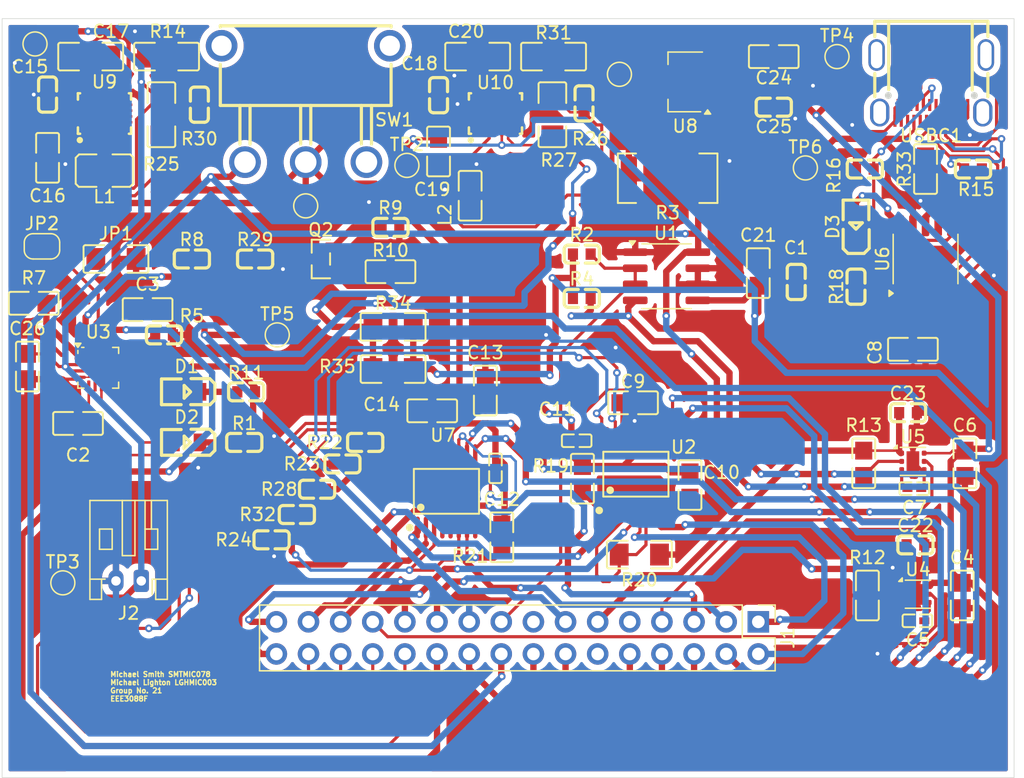
<source format=kicad_pcb>
(kicad_pcb (version 20241229) (generator "pcbnew") (generator_version "9.0")
  (layers (0 "F.Cu" signal) (2 "B.Cu" signal) (13 "F.Paste" user) (15 "B.Paste" user) (5 "F.SilkS" user "F.Silkscreen") (7 "B.SilkS" user "B.Silkscreen") (1 "F.Mask" user) (3 "B.Mask" user) (25 "Edge.Cuts" user))
  (net 0 "")
  (net 1 "+9V")
  (net 2 "/Battery")
  (net 3 "3V3 Out")
  (net 4 "GND")
  (net 5 "VREG")
  (net 6 "Vsupply")
  (net 7 "5V Out")
  (net 8 "Net-(U5-CT)")
  (net 9 "Net-(U5-QOD)")
  (net 10 "/CTRL_EXT_LOAD2")
  (net 11 "/EXT_LOAD2_OUT")
  (net 12 "/CTRL_EXT_LOAD1")
  (net 13 "Net-(U4-QOD)")
  (net 14 "/EXT_LOAD1_OUT")
  (net 15 "Net-(U4-CT)")
  (net 16 "Net-(U6-CC2)")
  (net 17 "Net-(U6-VBUS)")
  (net 18 "DM")
  (net 19 "Net-(D3-K)")
  (net 20 "Net-(U6-CC1)")
  (net 21 "DP")
  (net 22 "/I2C1_SDA")
  (net 23 "/I2C1_SCL")
  (net 24 "/EN2")
  (net 25 "Net-(D1-K)")
  (net 26 "Net-(Q2-C)")
  (net 27 "Net-(D2-K)")
  (net 28 "Net-(U3-ILIM)")
  (net 29 "Net-(JP1-B)")
  (net 30 "Net-(U3-TS)")
  (net 31 "Net-(L1-Pad1)")
  (net 33 "Net-(U9-FB)")
  (net 34 "Net-(U9-EN)")
  (net 35 "Net-(U10-EN)")
  (net 37 "Net-(U10-FB)")
  (net 38 "Net-(L2-Pad1)")
  (net 41 "Net-(U2-nSleep)")
  (net 42 "/MOTOR1_A_OUT")
  (net 43 "/MOTOR2_CTRL1")
  (net 44 "/Motor2_A_OUT")
  (net 45 "/MOTOR1_B_OUT")
  (net 46 "Net-(U2-AISEN)")
  (net 47 "Net-(U2-VCP)")
  (net 49 "/Motor2_B_OUT")
  (net 50 "/MOTOR2_CTRL2")
  (net 51 "Net-(U2-VINT)")
  (net 52 "/MOTOR1_CTRL2")
  (net 53 "/MOTOR1_CTRL1")
  (net 54 "Net-(U7-nSleep)")
  (net 55 "/MOTOR4_CTRL2")
  (net 56 "/Motor4_A_OUT")
  (net 57 "Net-(U7-VINT)")
  (net 58 "/MOTOR3_CTRL1")
  (net 59 "Net-(U7-VCP)")
  (net 61 "/MOTOR3_B_OUT")
  (net 62 "/MOTOR3_CTRL2")
  (net 63 "/MOTOR3_A_OUT")
  (net 64 "/MOTOR4_CTRL1")
  (net 65 "/Motor4_B_OUT")
  (net 69 "Net-(Q2-B)")
  (net 70 "Net-(Q2-E)")
  (net 71 "Net-(D2-A)")
  (net 72 "Net-(D3-A)")
  (net 73 "Net-(D1-A)")
  (net 74 "Net-(R26-Pad1)")
  (net 75 "Net-(R14-Pad2)")
  (net 76 "/FAST_CHARGE_CTRL")
  (net 77 "Net-(R29-Pad1)")
  (net 79 "/USART2_TX")
  (net 80 "/USART2_RX")
  (net 81 "Net-(JP2-B)")
  (net 82 "Net-(U7-AISEN)")
  (net 97 "Net-(R27-Pad2)")
  (footprint "Library:C0805" (layer "F.Cu") (at 214.7 89)
    (property "Reference" "R10")
    (property "Value" "10k")
  )
  (footprint "TestPoint:TestPoint_Pad_D1.5mm" (layer "F.Cu") (at 186.6 71)
    (property "Reference" "TP1" (hide yes))
    (property "Value" "TP 3V3")
  )
  (footprint "TestPoint:TestPoint_Pad_D1.5mm" (layer "F.Cu") (at 216 80.6)
    (property "Reference" "TP2")
    (property "Value" "TP 5V")
  )
  (footprint "Library:C0603" (layer "F.Cu") (at 210.9 104.2 180)
    (property "Reference" "R23")
    (property "Value" "2")
  )
  (footprint "Library:C0805" (layer "F.Cu") (at 257 80.8875 90)
    (property "Reference" "R33")
    (property "Value" "10k")
  )
  (footprint "Library:TSSOP-16_L5.0-W4.4-P0.65-LS6.4-BL" (layer "F.Cu") (at 219.125 106.366)
    (property "Reference" "U7")
    (property "Value" "DRV8833PWR")
  )
  (footprint "Library:C0603" (layer "F.Cu") (at 204 88)
    (property "Reference" "R29")
    (property "Value" "2.2k")
  )
  (footprint "Library:C1206" (layer "F.Cu") (at 193 88 180)
    (property "Reference" "JP1")
    (property "Value" "JP RITERM")
  )
  (footprint "Library:C0603" (layer "F.Cu") (at 203.2925 98.5 180)
    (property "Reference" "R11")
    (property "Value" "1k")
  )
  (footprint "Library:C1206" (layer "F.Cu") (at 234.375 111.366)
    (property "Reference" "R20")
    (property "Value" "1")
  )
  (footprint "Library:C0805" (layer "F.Cu") (at 223.5 110 -90)
    (property "Reference" "R21")
    (property "Value" "51k")
  )
  (footprint "Library:C0603" (layer "F.Cu") (at 203.143 102.5 180)
    (property "Reference" "R1")
    (property "Value" "1k")
  )
  (footprint "Library:C0603" (layer "F.Cu") (at 229.825 91.115)
    (property "Reference" "R4")
    (property "Value" "3K3")
  )
  (footprint "Library:C0805" (layer "F.Cu") (at 221 83 90)
    (property "Reference" "L2")
    (property "Value" "1uH")
  )
  (footprint "Library:C0603" (layer "F.Cu") (at 230 75.7 -90)
    (property "Reference" "R26")
    (property "Value" "82k")
  )
  (footprint "Library:C0402" (layer "F.Cu") (at 223 104.545 90)
    (property "Reference" "C12")
    (property "Value" "10nF")
  )
  (footprint "Library:C0805" (layer "F.Cu") (at 186 96.5 -90)
    (property "Reference" "C26")
    (property "Value" "10uF")
  )
  (footprint "TestPoint:TestPoint_Pad_D1.5mm" (layer "F.Cu") (at 188.8 113.6)
    (property "Reference" "TP3")
    (property "Value" "TP VBat+")
  )
  (footprint "Library:VSON-14_L4.0-W3.0-P0.50-BL-EP_TI_DSJ" (layer "F.Cu") (at 192.0925 76.5)
    (property "Reference" "U9")
    (property "Value" "TPS63020DSJR")
  )
  (footprint "Library:C0603" (layer "F.Cu") (at 251.5 90.1875 90)
    (property "Reference" "R18")
    (property "Value" "1k")
  )
  (footprint "Jumper:SolderJumper-2_P1.3mm_Open_RoundedPad1.0x1.5mm" (layer "F.Cu") (at 187.15 87)
    (property "Reference" "JP2")
    (property "Value" "SolderJumper_2_Open")
  )
  (footprint "Library:C0402" (layer "F.Cu") (at 229.42 102.366 180)
    (property "Reference" "C11")
    (property "Value" "10nF")
  )
  (footprint "Library:C0603" (layer "F.Cu") (at 196.8 94 180)
    (property "Reference" "R5")
    (property "Value" "1.2k")
  )
  (footprint "Library:USB-C-SMD_TYPE-C-USB-19" (layer "F.Cu") (at 257.45 74.474 180)
    (property "Reference" "USBC1")
    (property "Value" "TYPE-C-31-M-05")
    (fp_poly (pts (xy 3.664216 -0.65365) (xy 3.623154 -0.752782) (xy 3.547282 -0.828654) (xy 3.44815 -0.869716) (xy 3.34085 -0.869716) (xy 3.241718 -0.828654) (xy 3.165846 -0.752782) (xy 3.124784 -0.65365) (xy 3.124784 -0.54635) (xy 3.165846 -0.447218) (xy 3.241718 -0.371346) (xy 3.34085 -0.330284) (xy 3.44815 -0.330284) (xy 3.547282 -0.371346) (xy 3.623154 -0.447218) (xy 3.664216 -0.54635)) (fill yes) (layer "Edge.Cuts"))
    (fp_poly (pts (xy -3.135784 -0.65365) (xy -3.176846 -0.752782) (xy -3.252718 -0.828654) (xy -3.35185 -0.869716) (xy -3.45915 -0.869716) (xy -3.558282 -0.828654) (xy -3.634154 -0.752782) (xy -3.675216 -0.65365) (xy -3.675216 -0.54635) (xy -3.634154 -0.447218) (xy -3.558282 -0.371346) (xy -3.45915 -0.330284) (xy -3.35185 -0.330284) (xy -3.252718 -0.371346) (xy -3.176846 -0.447218) (xy -3.135784 -0.54635)) (fill yes) (layer "Edge.Cuts"))
  )
  (footprint "TestPoint:TestPoint_Pad_D1.5mm" (layer "F.Cu") (at 208 83.8)
    (property "Reference" "TP7" (hide yes))
    (property "Value" "TS Vsupply")
  )
  (footprint "Library:LED0805-R-RD" (layer "F.Cu") (at 198.5925 98.5 180)
    (property "Reference" "D1")
    (property "Value" "KT-0805G")
  )
  (footprint "Library:C1206" (layer "F.Cu") (at 197 72)
    (property "Reference" "R14")
    (property "Value" "100k")
  )
  (footprint "Library:C0805" (layer "F.Cu") (at 238.375 105.866 90)
    (property "Reference" "C10")
    (property "Value" "10uF")
  )
  (footprint "Library:C0603" (layer "F.Cu") (at 256.2 110.6)
    (property "Reference" "C22")
    (property "Value" "100nF")
  )
  (footprint "Library:C1206" (layer "F.Cu") (at 214.9075 96.7)
    (property "Reference" "R35")
    (property "Value" "1M")
  )
  (footprint "Library:C1206" (layer "F.Cu") (at 196.5925 76.5925 90)
    (property "Reference" "R25")
    (property "Value" "1M")
  )
  (footprint "TestPoint:TestPoint_Pad_D1.5mm" (layer "F.Cu") (at 250 72)
    (property "Reference" "TP4")
    (property "Value" "TP GND")
  )
  (footprint "Library:C0805" (layer "F.Cu") (at 243.775 89.115 90)
    (property "Reference" "C21")
    (property "Value" "10uF")
  )
  (footprint "Library:C1206" (layer "F.Cu") (at 227.5 76.5925 -90)
    (property "Reference" "R27")
    (property "Value" "1M")
  )
  (footprint "Library:C0805" (layer "F.Cu") (at 187.5925 80 -90)
    (property "Reference" "C16")
    (property "Value" "10uF")
  )
  (footprint "Library:C1206" (layer "F.Cu") (at 214.9075 93.3625)
    (property "Reference" "R34")
    (property "Value" "1M")
  )
  (footprint "Package_SO:SSOP-10-1EP_3.9x4.9mm_P1mm_EP2.1x3.3mm" (layer "F.Cu") (at 257 88 90)
    (property "Reference" "U6")
    (property "Value" "CH224K")
  )
  (footprint "Library:C0805" (layer "F.Cu") (at 195.5 92)
    (property "Reference" "C3")
    (property "Value" "1uF")
  )
  (footprint "Library:C0805" (layer "F.Cu") (at 260.1125 104.15 -90)
    (property "Reference" "C6")
    (property "Value" "1uF")
  )
  (footprint "Library:C1206" (layer "F.Cu") (at 227.5925 72)
    (property "Reference" "R31")
    (property "Value" "100k")
  )
  (footprint "Library:C0805" (layer "F.Cu") (at 218 100)
    (property "Reference" "C14")
    (property "Value" "2.2uF")
  )
  (footprint "Library:VSON-14_L4.0-W3.0-P0.50-BL-EP_TI_DSJ" (layer "F.Cu") (at 223 76.5)
    (property "Reference" "U10")
    (property "Value" "TPS63020DSJR")
  )
  (footprint "Library:C0603" (layer "F.Cu") (at 208.9 106.2 180)
    (property "Reference" "R28")
    (property "Value" "2")
  )
  (footprint "Library:C1206" (layer "F.Cu") (at 191 72 180)
    (property "Reference" "C17")
    (property "Value" "22uF")
  )
  (footprint "Library:LED0805-R-RD" (layer "F.Cu") (at 251.5 85.337 90)
    (property "Reference" "D3")
    (property "Value" "KT-0805G")
  )
  (footprint "Library:SOT-23-3_L2.9-W1.3-P1.90-LS2.4-BR" (layer "F.Cu") (at 209.2 88)
    (property "Reference" "Q2")
    (property "Value" "S9013 J3(RANGE:200-350)")
  )
  (footprint "Library:C0805" (layer "F.Cu") (at 252.4 114.6 90)
    (property "Reference" "R12")
    (property "Value" "10k")
  )
  (footprint "Library:LED0805-R-RD" (layer "F.Cu") (at 198.5925 102.5 180)
    (property "Reference" "D2")
    (property "Value" "KT-0805G")
  )
  (footprint "Package_DFN_QFN:VQFN-16-1EP_3x3mm_P0.5mm_EP1.6x1.6mm" (layer "F.Cu") (at 191.6 96.6)
    (property "Reference" "U3")
    (property "Value" "BQ24074RGT")
  )
  (footprint "Library:C0805" (layer "F.Cu") (at 222.2 98.4 -90)
    (property "Reference" "C13")
    (property "Value" "10uF")
  )
  (footprint "Library:C0805" (layer "F.Cu") (at 186.5 91.5 180)
    (property "Reference" "R7")
    (property "Value" "10k")
  )
  (footprint "Connector_JST:JST_PH_S2B-PH-K_1x02_P2.00mm_Horizontal" (layer "F.Cu") (at 195 113.45 180)
    (property "Reference" "J2")
    (property "Value" "JST_PH_2mm")
  )
  (footprint "Library:C0402" (layer "F.Cu") (at 256.1125 106.15)
    (property "Reference" "C7")
    (property "Value" "10nF")
  )
  (footprint "Library:C1206" (layer "F.Cu") (at 221.5925 72 180)
    (property "Reference" "C20")
    (property "Value" "22uF")
  )
  (footprint "Library:R2512" (layer "F.Cu") (at 236.612 81.615 180)
    (property "Reference" "R3")
    (property "Value" "0.5m")
  )
  (footprint "Library:C0603" (layer "F.Cu") (at 199 88)
    (property "Reference" "R8")
    (property "Value" "2.2k")
  )
  (footprint "TestPoint:TestPoint_Pad_D1.5mm" (layer "F.Cu") (at 247.5 80.8)
    (property "Reference" "TP6")
    (property "Value" "TP VBUS")
  )
  (footprint "Library:C0805" (layer "F.Cu") (at 245 72 180)
    (property "Reference" "C24")
    (property "Value" "1uF")
  )
  (footprint "Package_SON:WSON-6-1EP_2x2mm_P0.65mm_EP1x1.6mm" (layer "F.Cu") (at 256.4 114.5)
    (property "Reference" "U4")
    (property "Value" "TPS22810DRVR")
  )
  (footprint "Library:C0603" (layer "F.Cu") (at 229.825 87.615)
    (property "Reference" "R2")
    (property "Value" "3K3")
  )
  (footprint "Library:C0603" (layer "F.Cu") (at 245 76 180)
    (property "Reference" "C25")
    (property "Value" "100nF")
  )
  (footprint "Library:C0603" (layer "F.Cu") (at 187.5925 75 90)
    (property "Reference" "C15")
    (property "Value" "100nF")
  )
  (footprint "Library:C0805" (layer "F.Cu") (at 252.1125 104.15 90)
    (property "Reference" "R13")
    (property "Value" "10k")
  )
  (footprint "Library:C0603" (layer "F.Cu") (at 252.2 80.8875 180)
    (property "Reference" "R16")
    (property "Value" "5.1k")
  )
  (footprint "Library:C0603" (layer "F.Cu") (at 260.75 80.8875)
    (property "Reference" "R15")
    (property "Value" "5.1k")
  )
  (footprint "Library:L1008" (layer "F.Cu") (at 192.0925 81 180)
    (property "Reference" "L1")
    (property "Value" "1.5uH")
  )
  (footprint "Library:C0805" (layer "F.Cu") (at 233.875 99.366)
    (property "Reference" "C9")
    (property "Value" "2.2uF")
  )
  (footprint "Library:C0603" (layer "F.Cu") (at 218.5 75.05 90)
    (property "Reference" "C18")
    (property "Value" "100nF")
  )
  (footprint "Library:C0805" (layer "F.Cu") (at 218.5 79.5 -90)
    (property "Reference" "C19")
    (property "Value" "10uF")
  )
  (footprint "Library:C0603" (layer "F.Cu") (at 205.3 110.2 180)
    (property "Reference" "R24")
    (property "Value" "2")
  )
  (footprint "Package_SO:SOIC-8_3.9x4.9mm_P1.27mm" (layer "F.Cu") (at 236.525 89.365)
    (property "Reference" "U1")
    (property "Value" "INA219AIDR")
  )
  (footprint "Library:C0805" (layer "F.Cu") (at 259.9 114.6 -90)
    (property "Reference" "C4")
    (property "Value" "1uF")
  )
  (footprint "TestPoint:TestPoint_Pad_D1.5mm" (layer "F.Cu") (at 232.8 73.4)
    (property "Reference" "TP8" (hide yes))
    (property "Value" "TP VREG")
  )
  (footprint "Library:SW-TH_SS-12D11L3" (layer "F.Cu") (at 208 75.7435)
    (property "Reference" "SW1")
    (property "Value" "SS-12D11G3R")
  )
  (footprint "Library:TSSOP-16_L5.0-W4.4-P0.65-LS6.4-BL" (layer "F.Cu") (at 234.1 105.01175)
    (property "Reference" "U2")
    (property "Value" "DRV8833PWR")
  )
  (footprint "Connector_PinHeader_2.54mm:PinHeader_2x16_P2.54mm_Vertical" (layer "F.Cu") (at 243.78 116.6835 -90)
    (property "Reference" "J1")
    (property "Value" "Conn_02x16_Odd_Even")
  )
  (footprint "Library:C0805" (layer "F.Cu") (at 256 95.1375)
    (property "Reference" "C8")
    (property "Value" "1uF")
  )
  (footprint "Library:C0603" (layer "F.Cu") (at 212.7 102.5 180)
    (property "Reference" "R22")
    (property "Value" "2")
  )
  (footprint "Library:C0603" (layer "F.Cu") (at 255.6125 100.15)
    (property "Reference" "C23")
    (property "Value" "100nF")
  )
  (footprint "Library:C0805" (layer "F.Cu") (at 229.875 105.366 -90)
    (property "Reference" "R19")
    (property "Value" "51k")
  )
  (footprint "Library:C0402" (layer "F.Cu") (at 256.355 116.6)
    (property "Reference" "C5")
    (property "Value" "10nF")
  )
  (footprint "Library:C0805" (layer "F.Cu") (at 190 101 180)
    (property "Reference" "C2")
    (property "Value" "1uF")
  )
  (footprint "Library:C0603" (layer "F.Cu") (at 199.5925 75.8 -90)
    (property "Reference" "R30")
    (property "Value" "82k")
  )
  (footprint "Package_SON:WSON-6-1EP_2x2mm_P0.65mm_EP1x1.6mm" (layer "F.Cu") (at 256 104)
    (property "Reference" "U5")
    (property "Value" "TPS22810DRVR")
  )
  (footprint "Library:C0603" (layer "F.Cu") (at 214.7 85.5)
    (property "Reference" "R9")
    (property "Value" "2.2k")
  )
  (footprint "TestPoint:TestPoint_Pad_D1.5mm" (layer "F.Cu") (at 205.75 94)
    (property "Reference" "TP5")
    (property "Value" "TP +9V")
  )
  (footprint "Package_TO_SOT_SMD:SOT-89-3" (layer "F.Cu") (at 238 74 180)
    (property "Reference" "U8")
    (property "Value" "L78L33ACUTR")
  )
  (footprint "Library:C0603" (layer "F.Cu") (at 246.775 89.815 90)
    (property "Reference" "C1")
    (property "Value" "100nF")
  )
  (footprint "Library:C0603" (layer "F.Cu") (at 207.3 108.2 180)
    (property "Reference" "R32")
    (property "Value" "2")
  )
  (gr_rect (start 184 69) (end 264 129) (stroke (width 0.05)) (fill no) (layer "Edge.Cuts"))
  (gr_text "Michael Smith SMTMIC078\nMichael Lighton LGHMIC003\nGroup No. 21\nEEE3088F" (at 192.5 123 0) (layer "F.SilkS") (effects (font (size 0.4 0.4) (thickness 0.1)) (justify left bottom)))
  (segment (start 194.5 92) (end 193 92) (width 0.25) (layer "F.Cu") (net 1))
  (segment (start 259.30981 78.972) (end 261.149 78.972) (width 0.25) (layer "F.Cu") (net 1))
  (segment (start 259 73.5) (end 256.5 73.5) (width 0.5) (layer "F.Cu") (net 1))
  (segment (start 259 74.5) (end 258.83 74.67) (width 0.25) (layer "F.Cu") (net 1))
  (segment (start 256 74) (end 251 74) (width 0.5) (layer "F.Cu") (net 1))
  (segment (start 262.027892 78.049) (end 262.251 78.049) (width 0.25) (layer "F.Cu") (net 1))
  (segment (start 261.149 78.972) (end 261.149 78.927892) (width 0.25) (layer "F.Cu") (net 1))
  (segment (start 240.45 72) (end 239.95 72.5) (width 0.5) (layer "F.Cu") (net 1))
  (segment (start 200 94) (end 200 93.218) (width 0.5) (layer "F.Cu") (net 1))
  (segment (start 255.406 78.5) (end 256.08 77.826) (width 0.25) (layer "F.Cu") (net 1))
  (segment (start 193.8 93.6) (end 192.35 93.6) (width 0.5) (layer "F.Cu") (net 1))
  (segment (start 193 92) (end 192.35 92.65) (width 0.25) (layer "F.Cu") (net 1))
  (segment (start 251 74) (end 248.359 76.641) (width 0.5) (layer "F.Cu") (net 1))
  (segment (start 261 73.5) (end 259 73.5) (width 0.25) (layer "F.Cu") (net 1))
  (segment (start 185.6 123.8) (end 189.4 127.6) (width 0.5) (layer "F.Cu") (net 1))
  (segment (start 185.6 123.8) (end 185.6 109.8) (width 0.5) (layer "F.Cu") (net 1))
  (segment (start 200 93.218) (end 197.656 90.874) (width 0.5) (layer "F.Cu") (net 1))
  (segment (start 256.5 73.5) (end 256.5 74.5) (width 0.5) (layer "F.Cu") (net 1))
  (segment (start 197.656 90.874) (end 195.344 90.874) (width 0.5) (layer "F.Cu") (net 1))
  (segment (start 218.38 126.82) (end 218.38 119.2235) (width 0.5) (layer "F.Cu") (net 1))
  (segment (start 244 72) (end 244 72.282) (width 0.5) (layer "F.Cu") (net 1))
  (segment (start 253 78.5) (end 250.218 78.5) (width 0.5) (layer "F.Cu") (net 1))
  (segment (start 253.562075 78.5) (end 255 79.937925) (width 0.5) (layer "F.Cu") (net 1))
  (segment (start 192.35 93.6) (end 192.35 95.1625) (width 0.25) (layer "F.Cu") (net 1))
  (segment (start 258.83 74.67) (end 258.83 75.824) (width 0.25) (layer "F.Cu") (net 1))
  (segment (start 217.6 127.6) (end 218.38 126.82) (width 0.5) (layer "F.Cu") (net 1))
  (segment (start 255.3875 81.8875) (end 257 81.8875) (width 0.5) (layer "F.Cu") (net 1))
  (segment (start 259 74.5) (end 259 73.5) (width 0.5) (layer "F.Cu") (net 1))
  (segment (start 189.4 127.6) (end 217.6 127.6) (width 0.5) (layer "F.Cu") (net 1))
  (segment (start 262.613 75.113) (end 261 73.5) (width 0.25) (layer "F.Cu") (net 1))
  (segment (start 256.33 75.824) (end 256.33 74.67) (width 0.25) (layer "F.Cu") (net 1))
  (segment (start 244 72.282) (end 248.359 76.641) (width 0.5) (layer "F.Cu") (net 1))
  (segment (start 261.149 78.927892) (end 262.027892 78.049) (width 0.25) (layer "F.Cu") (net 1))
  (segment (start 185.6 109.8) (end 190.6 104.8) (width 0.5) (layer "F.Cu") (net 1))
  (segment (start 249.8 78.5) (end 250.218 78.5) (width 0.5) (layer "F.Cu") (net 1))
  (segment (start 255 79.937925) (end 255 81.5) (width 0.5) (layer "F.Cu") (net 1))
  (segment (start 262.613 77.687) (end 262.613 75.113) (width 0.25) (layer "F.Cu") (net 1))
  (segment (start 256.5 73.5) (end 256 74) (width 0.5) (layer "F.Cu") (net 1))
  (segment (start 253 78.5) (end 253.562075 78.5) (width 0.5) (layer "F.Cu") (net 1))
  (segment (start 262.251 78.049) (end 262.613 77.687) (width 0.25) (layer "F.Cu") (net 1))
  (segment (start 247.5 80.8) (end 249.8 78.5) (width 0.5) (layer "F.Cu") (net 1))
  (segment (start 205.75 94) (end 200 94) (width 0.5) (layer "F.Cu") (net 1))
  (segment (start 244 72) (end 240.45 72) (width 0.5) (layer "F.Cu") (net 1))
  (segment (start 195.344 90.874) (end 194.5 91.718) (width 0.5) (layer "F.Cu") (net 1))
  (segment (start 192.35 92.65) (end 192.35 93.6) (width 0.25) (layer "F.Cu") (net 1))
  (segment (start 258.58 78.24219) (end 259.30981 78.972) (width 0.25) (layer "F.Cu") (net 1))
  (segment (start 256.08 77.826) (end 256.08 77.074) (width 0.25) (layer "F.Cu") (net 1))
  (segment (start 256.33 74.67) (end 256.5 74.5) (width 0.25) (layer "F.Cu") (net 1))
  (segment (start 250.218 78.5) (end 248.359 76.641) (width 0.5) (layer "F.Cu") (net 1))
  (segment (start 255.406 78.5) (end 253 78.5) (width 0.5) (layer "F.Cu") (net 1))
  (segment (start 258.58 77.074) (end 258.58 78.24219) (width 0.25) (layer "F.Cu") (net 1))
  (segment (start 194.5 91.718) (end 194.5 92) (width 0.5) (layer "F.Cu") (net 1))
  (segment (start 255 81.5) (end 255.3875 81.8875) (width 0.5) (layer "F.Cu") (net 1))
  (segment (start 190.6 104.8) (end 197.2 104.8) (width 0.5) (layer "F.Cu") (net 1))
  (via (at 197.2 104.8) (size 0.6) (drill 0.3) (layers "F.Cu" "B.Cu") (net 1))
  (via (at 200 94) (size 0.6) (drill 0.3) (layers "F.Cu" "B.Cu") (net 1))
  (via (at 248.359 76.641) (size 0.6) (drill 0.3) (layers "F.Cu" "B.Cu") (net 1))
  (via (at 193.8 93.6) (size 0.6) (drill 0.3) (layers "F.Cu" "B.Cu") (net 1))
  (segment (start 208 96.6) (end 202.6 96.6) (width 0.5) (layer "B.Cu") (net 1))
  (segment (start 260.951 103.751) (end 255.4 98.2) (width 0.5) (layer "B.Cu") (net 1))
  (segment (start 197.2 104.8) (end 200.6 101.4) (width 0.5) (layer "B.Cu") (net 1))
  (segment (start 227.5 92.5) (end 212.1 92.5) (width 0.5) (layer "B.Cu") (net 1))
  (segment (start 237.2 98.2) (end 232.5 93.5) (width 0.5) (layer "B.Cu") (net 1))
  (segment (start 262.311075 103.751) (end 260.951 103.751) (width 0.5) (layer "B.Cu") (net 1))
  (segment (start 200.6 101.4) (end 200.6 97) (width 0.5) (layer "B.Cu") (net 1))
  (segment (start 262.751 91.033) (end 262.751 103.311075) (width 0.5) (layer "B.Cu") (net 1))
  (segment (start 255.4 98.2) (end 237.2 98.2) (width 0.5) (layer "B.Cu") (net 1))
  (segment (start 193.8 93.6) (end 194 93.6) (width 0.5) (layer "B.Cu") (net 1))
  (segment (start 200.6 97) (end 197.2 93.6) (width 0.5) (layer "B.Cu") (net 1))
  (segment (start 228.5 93.5) (end 227.5 92.5) (width 0.5) (layer "B.Cu") (net 1))
  (segment (start 262.751 103.311075) (end 262.311075 103.751) (width 0.5) (layer "B.Cu") (net 1))
  (segment (start 202.6 96.6) (end 200 94) (width 0.5) (layer "B.Cu") (net 1))
  (segment (start 232.5 93.5) (end 228.5 93.5) (width 0.5) (layer "B.Cu") (net 1))
  (segment (start 197.2 93.6) (end 193.8 93.6) (width 0.5) (layer "B.Cu") (net 1))
  (segment (start 212.1 92.5) (end 208 96.6) (width 0.5) (layer "B.Cu") (net 1))
  (segment (start 248.359 76.641) (end 262.751 91.033) (width 0.5) (layer "B.Cu") (net 1))
  (segment (start 228.54 123.96) (end 229.58 125) (width 0.5) (layer "F.Cu") (net 2))
  (segment (start 187.5 95.5) (end 186 95.5) (width 0.25) (layer "F.Cu") (net 2))
  (segment (start 239.025 86) (end 239.025 87.435) (width 0.5) (layer "F.Cu") (net 2))
  (segment (start 202.0435 81.5) (end 203.2 80.3435) (width 0.5) (layer "F.Cu") (net 2))
  (segment (start 250.6 106) (end 247.4 106) (width 0.5) (layer "F.Cu") (net 2))
  (segment (start 188.5 96.5) (end 187.5 95.5) (width 0.25) (layer "F.Cu") (net 2))
  (segment (start 189.976 114.776) (end 193.674 114.776) (width 0.5) (layer "F.Cu") (net 2))
  (segment (start 239.025 87.435) (end 239 87.46) (width 0.5) (layer "F.Cu") (net 2))
  (segment (start 243 106) (end 240.5 103.5) (width 0.5) (layer "F.Cu") (net 2))
  (segment (start 189.35 96.85) (end 189 96.5) (width 0.25) (layer "F.Cu") (net 2))
  (segment (start 255.5 125) (end 260.5 120) (width 0.5) (layer "F.Cu") (net 2))
  (segment (start 239.025 81.615) (end 239.025 86) (width 0.5) (layer "F.Cu") (net 2))
  (segment (start 229.58 125) (end 255.5 125) (width 0.5) (layer "F.Cu") (net 2))
  (segment (start 193.674 114.776) (end 195 113.45) (width 0.5) (layer "F.Cu") (net 2))
  (segment (start 200.5 81.5) (end 202.0435 81.5) (width 0.5) (layer "F.Cu") (net 2))
  (segment (start 189.15 96.35) (end 189 96.5) (width 0.25) (layer "F.Cu") (net 2))
  (segment (start 190.1625 96.85) (end 189.35 96.85) (width 0.25) (layer "F.Cu") (net 2))
  (segment (start 186 95.5) (end 186.5 96) (width 0.2) (layer "F.Cu") (net 2))
  (segment (start 188.8 113.6) (end 189.976 114.776) (width 0.5) (layer "F.Cu") (net 2))
  (segment (start 236.5 88.985001) (end 236.5 92.5) (width 0.5) (layer "F.Cu") (net 2))
  (segment (start 228.54 119.2235) (end 228.54 123.96) (width 0.5) (layer "F.Cu") (net 2))
  (segment (start 238.025001 87.46) (end 236.5 88.985001) (width 0.5) (layer "F.Cu") (net 2))
  (segment (start 239 87.46) (end 238.025001 87.46) (width 0.5) (layer "F.Cu") (net 2))
  (segment (start 240.5 103.5) (end 240.5 97.5) (width 0.5) (layer "F.Cu") (net 2))
  (segment (start 189 96.5) (end 188.5 96.5) (width 0.25) (layer "F.Cu") (net 2))
  (segment (start 239.025 86) (end 238 86) (width 0.5) (layer "F.Cu") (net 2))
  (segment (start 240.5 97.5) (end 238.5 95.5) (width 0.5) (layer "F.Cu") (net 2))
  (segment (start 190.1625 96.35) (end 189.15 96.35) (width 0.25) (layer "F.Cu") (net 2))
  (via (at 243 106) (size 0.6) (drill 0.3) (layers "F.Cu" "B.Cu") (net 2))
  (via (at 189 96.5) (size 0.6) (drill 0.3) (layers "F.Cu" "B.Cu") (net 2))
  (via (at 236.5 92.5) (size 0.6) (drill 0.3) (layers "F.Cu" "B.Cu") (net 2))
  (via (at 250.6 106) (size 0.6) (drill 0.3) (layers "F.Cu" "B.Cu") (net 2))
  (via (at 200.5 81.5) (size 0.6) (drill 0.3) (layers "F.Cu" "B.Cu") (net 2))
  (via (at 260.5 120) (size 0.6) (drill 0.3) (layers "F.Cu" "B.Cu") (net 2))
  (via (at 247.4 106) (size 0.6) (drill 0.3) (layers "F.Cu" "B.Cu") (net 2))
  (via (at 238.5 95.5) (size 0.6) (drill 0.3) (layers "F.Cu" "B.Cu") (net 2))
  (via (at 238 86) (size 0.6) (drill 0.3) (layers "F.Cu" "B.Cu") (net 2))
  (segment (start 236.5 93.5) (end 238.5 95.5) (width 0.5) (layer "B.Cu") (net 2))
  (segment (start 238 86) (end 205 86) (width 0.5) (layer "B.Cu") (net 2))
  (segment (start 236.5 92.5) (end 236.5 93.5) (width 0.5) (layer "B.Cu") (net 2))
  (segment (start 195 113.45) (end 195 102.5) (width 0.5) (layer "B.Cu") (net 2))
  (segment (start 189 93) (end 189 96.5) (width 0.5) (layer "B.Cu") (net 2))
  (segment (start 195 102.5) (end 189 96.5) (width 0.5) (layer "B.Cu") (net 2))
  (segment (start 247.4 106) (end 243 106) (width 0.5) (layer "B.Cu") (net 2))
  (segment (start 259.5 106) (end 250.6 106) (width 0.5) (layer "B.Cu") (net 2))
  (segment (start 260 106.5) (end 259.5 106) (width 0.5) (layer "B.Cu") (net 2))
  (segment (start 261 119.5) (end 261 107.5) (width 0.5) (layer "B.Cu") (net 2))
  (segment (start 205 86) (end 200.5 81.5) (width 0.5) (layer "B.Cu") (net 2))
  (segment (start 200.5 81.5) (end 189 93) (width 0.5) (layer "B.Cu") (net 2))
  (segment (start 261 107.5) (end 260 106.5) (width 0.5) (layer "B.Cu") (net 2))
  (segment (start 261 119.5) (end 260.5 120) (width 0.5) (layer "B.Cu") (net 2))
  (segment (start 194.6235 82.186) (end 194.6235 76.969) (width 0.25) (layer "F.Cu") (net 3))
  (segment (start 187.6695 79.077) (end 187.5925 79) (width 0.25) (layer "F.Cu") (net 3))
  (segment (start 194.4035 82.406) (end 194.6235 82.186) (width 0.25) (layer "F.Cu") (net 3))
  (segment (start 187.6 70) (end 190.8 70) (width 0.5) (layer "F.Cu") (net 3))
  (segment (start 192.5925 77.95) (end 192.1165 78.426) (width 0.25) (layer "F.Cu") (net 3))
  (segment (start 194.6235 76.969) (end 196.5925 75) (width 0.25) (layer "F.Cu") (net 3))
  (segment (start 192.1165 78.426) (end 192.1165 82.406) (width 0.25) (layer "F.Cu") (net 3))
  (segment (start 192.0925 78.71481) (end 191.73031 79.077) (width 0.25) (layer "F.Cu") (net 3))
  (segment (start 192.1165 82.406) (end 194.4035 82.406) (width 0.25) (layer "F.Cu") (net 3))
  (segment (start 196.5925 75) (end 196 75) (width 0.25) (layer "F.Cu") (net 3))
  (segment (start 223.46 119.2235) (end 223.46 120.96) (width 0.5) (layer "F.Cu") (net 3))
  (segment (start 192.0925 77.95) (end 192.0925 78.71481) (width 0.25) (layer "F.Cu") (net 3))
  (segment (start 186.6 71) (end 187.6 70) (width 0.5) (layer "F.Cu") (net 3))
  (segment (start 191.73031 79.077) (end 187.6695 79.077) (width 0.25) (layer "F.Cu") (net 3))
  (segment (start 223.46 120.96) (end 223.5 121) (width 0.5) (layer "F.Cu") (net 3))
  (segment (start 196 75) (end 195 74) (width 0.25) (layer "F.Cu") (net 3))
  (via (at 190.8 70) (size 0.6) (drill 0.3) (layers "F.Cu" "B.Cu") (net 3))
  (via (at 195 74) (size 0.6) (drill 0.3) (layers "F.Cu" "B.Cu") (net 3))
  (via (at 223.5 121) (size 0.6) (drill 0.3) (layers "F.Cu" "B.Cu") (net 3))
  (segment (start 190.8 70) (end 192.2 70) (width 0.5) (layer "B.Cu") (net 3))
  (segment (start 218 126.5) (end 190.5 126.5) (width 0.5) (layer "B.Cu") (net 3))
  (segment (start 190.5 126.5) (end 186.25 122.25) (width 0.5) (layer "B.Cu") (net 3))
  (segment (start 192.2 70) (end 195 72.8) (width 0.5) (layer "B.Cu") (net 3))
  (segment (start 186.25 93.25) (end 195 84.5) (width 0.5) (layer "B.Cu") (net 3))
  (segment (start 186.25 122.25) (end 186.25 93.25) (width 0.5) (layer "B.Cu") (net 3))
  (segment (start 195 84.5) (end 195 74) (width 0.5) (layer "B.Cu") (net 3))
  (segment (start 223.5 121) (end 218 126.5) (width 0.5) (layer "B.Cu") (net 3))
  (segment (start 195 72.8) (end 195 74) (width 0.5) (layer "B.Cu") (net 3))
  (segment (start 191.85 96.35) (end 191.6 96.6) (width 0.1) (layer "F.Cu") (net 4))
  (segment (start 192.0925 76.5) (end 193.0925 75.5) (width 0.25) (layer "F.Cu") (net 4))
  (segment (start 190.15 97.35) (end 190 97.5) (width 0.25) (layer "F.Cu") (net 4))
  (segment (start 254 118.4) (end 253.2 119.2) (width 0.25) (layer "F.Cu") (net 4))
  (segment (start 220.064588 75.25) (end 220 75.314588) (width 0.25) (layer "F.Cu") (net 4))
  (segment (start 191.0925 77.5) (end 192.0925 76.5) (width 0.25) (layer "F.Cu") (net 4))
  (segment (start 213.4 83.5) (end 213 83.5) (width 0.2) (layer "F.Cu") (net 4))
  (segment (start 222 77.5) (end 223 76.5) (width 0.25) (layer "F.Cu") (net 4))
  (segment (start 224.45 75.05) (end 223 76.5) (width 0.25) (layer "F.Cu") (net 4))
  (segment (start 187.2 74.3) (end 186.5 75) (width 0.25) (layer "F.Cu") (net 4))
  (segment (start 189 81) (end 189 80.5) (width 0.25) (layer "F.Cu") (net 4))
  (segment (start 221.064588 74.25) (end 220.064588 75.25) (width 0.25) (layer "F.Cu") (net 4))
  (segment (start 219 100) (end 218.8 100.2) (width 0.25) (layer "F.Cu") (net 4))
  (segment (start 259.9 115.6) (end 257.1 118.4) (width 0.25) (layer "F.Cu") (net 4))
  (segment (start 254.58 77.095664) (end 253.751664 77.924) (width 0.25) (layer "F.Cu") (net 4))
  (segment (start 221.5 74.25) (end 221.064588 74.25) (width 0.25) (layer "F.Cu") (net 4))
  (segment (start 224 75.05) (end 224 75.5) (width 0.25) (layer "F.Cu") (net 4))
  (segment (start 190.1625 97.35) (end 190.15 97.35) (width 0.25) (layer "F.Cu") (net 4))
  (segment (start 221 82) (end 221 81) (width 0.25) (layer "F.Cu") (net 4))
  (segment (start 260.33 76.824) (end 260.08 77.074) (width 0.25) (layer "F.Cu") (net 4))
  (segment (start 221 81) (end 221.5 80.5) (width 0.25) (layer "F.Cu") (net 4))
  (segment (start 215.4 85.5) (end 213.4 83.5) (width 0.2) (layer "F.Cu") (net 4))
  (segment (start 186.15 97.35) (end 186 97.5) (width 0.2) (layer "F.Cu") (net 4))
  (segment (start 190.1625 97.35) (end 190.85 97.35) (width 0.1) (layer "F.Cu") (net 4))
  (segment (start 253.751664 77.924) (end 251.724 77.924) (width 0.25) (layer "F.Cu") (net 4))
  (segment (start 192.35 97.35) (end 191.6 96.6) (width 0.1) (layer "F.Cu") (net 4))
  (segment (start 209.25 104.2) (end 210.2 104.2) (width 0.5) (layer "F.Cu") (net 4))
  (segment (start 256.9 116.2) (end 257.2875 115.8125) (width 0.25) (layer "F.Cu") (net 4))
  (segment (start 189 81) (end 190.925 81) (width 0.25) (layer "F.Cu") (net 4))
  (segment (start 187.5925 74.3) (end 187.2 74.3) (width 0.25) (layer "F.Cu") (net 4))
  (segment (start 220 73.25) (end 219.75 73.5) (width 0.25) (layer "F.Cu") (net 4))
  (segment (start 193.0925 75.05) (end 193.5925 75.05) (width 0.25) (layer "F.Cu") (net 4))
  (segment (start 191.0925 77.95) (end 191.0925 77.5) (width 0.25) (layer "F.Cu") (net 4))
  (segment (start 257.2875 115.15) (end 257.05 115.15) (width 0.25) (layer "F.Cu") (net 4))
  (segment (start 256.8875 104.65) (end 256.8875 105.92) (width 0.25) (layer "F.Cu") (net 4))
  (segment (start 191.35 96.85) (end 191.6 96.6) (width 0.1) (layer "F.Cu") (net 4))
  (segment (start 192.35 98.0375) (end 192.35 97.35) (width 0.1) (layer "F.Cu") (net 4))
  (segment (start 254.58 76.074) (end 254.58 77.074) (width 0.25) (layer "F.Cu") (net 4))
  (segment (start 197.5 93) (end 197.5 94) (width 0.5) (layer "F.Cu") (net 4))
  (segment (start 259.6125 104.65) (end 260.1125 105.15) (width 0.2) (layer "F.Cu") (net 4))
  (segment (start 220 75.314588) (end 220 75.75) (width 0.25) (layer "F.Cu") (net 4))
  (segment (start 224 75.5) (end 223 76.5) (width 0.25) (layer "F.Cu") (net 4))
  (segment (start 194.5 71.0925) (end 195.4075 72) (width 0.25) (layer "F.Cu") (net 4))
  (segment (start 208.2 105.25) (end 209.25 104.2) (width 0.5) (layer "F.Cu") (net 4))
  (segment (start 194.5 70) (end 194.5 71.0925) (width 0.25) (layer "F.Cu") (net 4))
  (segment (start 256.8875 104.65) (end 256.65 104.65) (width 0.25) (layer "F.Cu") (net 4))
  (segment (start 190.85 97.35) (end 191.6 96.6) (width 0.1) (layer "F.Cu") (net 4))
  (segment (start 211.7 102.5) (end 212 102.5) (width 0.5) (layer "F.Cu") (net 4))
  (segment (start 220 72) (end 220 73.25) (width 0.25) (layer "F.Cu") (net 4))
  (segment (start 193.0925 75.5) (end 193.0925 75.05) (width 0.25) (layer "F.Cu") (net 4))
  (segment (start 222 75.5) (end 223 76.5) (width 0.25) (layer "F.Cu") (net 4))
  (segment (start 210.2 104) (end 211.7 102.5) (width 0.5) (layer "F.Cu") (net 4))
  (segment (start 192.0925 76.5) (end 191.0925 75.5) (width 0.25) (layer "F.Cu") (net 4))
  (segment (start 191.85 95.1625) (end 191.85 96.35) (width 0.1) (layer "F.Cu") (net 4))
  (segment (start 222 75.05) (end 222 75.5) (width 0.25) (layer "F.Cu") (net 4))
  (segment (start 218.9 74.35) (end 219.75 73.5) (width 0.25) (layer "F.Cu") (net 4))
  (segment (start 191.35 98.0375) (end 191.35 96.85) (width 0.1) (layer "F.Cu") (net 4))
  (segment (start 190 97.5) (end 186 97.5) (width 0.25) (layer "F.Cu") (net 4))
  (segment (start 233.775 102.14575) (end 233.775 101.025) (width 0.25) (layer "F.Cu") (net 4))
  (segment (start 206.6 107.8) (end 208.2 106.2) (width 0.5) (layer "F.Cu") (net 4))
  (segment (start 260.08 77.074) (end 260.08 77.78) (width 0.25) (layer "F.Cu") (net 4))
  (segment (start 222 75.05) (end 222 74.423) (width 0.25) (layer "F.Cu") (net 4))
  (segment (start 257.2875 115.8125) (end 257.2875 115.15) (width 0.25) (layer "F.Cu") (net 4))
  (segment (start 257.1 118.4) (end 254 118.4) (width 0.25) (layer "F.Cu") (net 4))
  (segment (start 256.65 104.65) (end 256 104) (width 0.25) (layer "F.Cu") (net 4))
  (segment (start 204.6 109.25) (end 205.65 108.2) (width 0.5) (layer "F.Cu") (net 4))
  (segment (start 256.9 116.6) (end 256.9 116.2) (width 0.25) (layer "F.Cu") (net 4))
  (segment (start 222 77.95) (end 222 77.5) (width 0.25) (layer "F.Cu") (net 4))
  (segment (start 187.5925 81) (end 189 81) (width 0.25) (layer "F.Cu") (net 4))
  (segment (start 206.6 108.2) (end 206.6 107.8) (width 0.5) (layer "F.Cu") (net 4))
  (segment (start 260.08 77.78) (end 260.5 78.2) (width 0.25) (layer "F.Cu") (net 4))
  (segment (start 257.05 115.15) (end 256.4 114.5) (width 0.25) (layer "F.Cu") (net 4))
  (segment (start 208.2 106.2) (end 208.2 105.25) (width 0.5) (layer "F.Cu") (net 4))
  (segment (start 196.5 92) (end 197.5 93) (width 0.5) (layer "F.Cu") (net 4))
  (segment (start 234.875 99.366) (end 234.875 99.925) (width 0.25) (layer "F.Cu") (net 4))
  (segment (start 204.6 110.2) (end 204.6 109.25) (width 0.5) (layer "F.Cu") (net 4))
  (segment (start 251.724 77.924) (end 251.2 77.4) (width 0.25) (layer "F.Cu") (net 4))
  (segment (start 218.8 100.2) (end 218.8 103.5) (width 0.25) (layer "F.Cu") (net 4))
  (segment (start 256.8875 105.92) (end 256.6575 106.15) (width 0.25) (layer "F.Cu") (net 4))
  (segment (start 205.65 108.2) (end 206.6 108.2) (width 0.5) (layer "F.Cu") (net 4))
  (segment (start 224.5 75.05) (end 224.45 75.05) (width 0.25) (layer "F.Cu") (net 4))
  (segment (start 191.0925 75.5) (end 191.0925 75.05) (width 0.25) (layer "F.Cu") (net 4))
  (segment (start 234.875 99.925) (end 234 100.8) (width 0.25) (layer "F.Cu") (net 4))
  (segment (start 260.33 75.824) (end 260.33 76.824) (width 0.25) (layer "F.Cu") (net 4))
  (segment (start 221.827 74.25) (end 221.5 74.25) (width 0.25) (layer "F.Cu") (net 4))
  (segment (start 254.58 77.074) (end 254.58 77.095664) (width 0.25) (layer "F.Cu") (net 4))
  (segment (start 218.5 74.35) (end 218.9 74.35) (width 0.25) (layer "F.Cu") (net 4))
  (segment (start 254.83 75.824) (end 254.58 76.074) (width 0.25) (layer "F.Cu") (net 4))
  (segment (start 222 74.423) (end 221.827 74.25) (width 0.25) (layer "F.Cu") (net 4))
  (segment (start 233.775 101.025) (end 234 100.8) (width 0.25) (layer "F.Cu") (net 4))
  (segment (start 210.2 104.2) (end 210.2 104) (width 0.5) (layer "F.Cu") (net 4))
  (via (at 186.5 75) (size 0.6) (drill 0.3) (layers "F.Cu" "B.Cu") (net 4))
  (via (at 185 72.5) (size 0.6) (drill 0.3) (layers "F.Cu" "B.Cu") (net 4))
  (via (at 221.5 80.5) (size 0.6) (drill 0.3) (layers "F.Cu" "B.Cu") (net 4))
  (via (at 246.7 76.9) (size 0.6) (drill 0.3) (layers "F.Cu" "B.Cu") (net 4))
  (via (at 219.75 73.5) (size 0.6) (drill 0.3) (layers "F.Cu" "B.Cu") (net 4))
  (via (at 205.5 111.5) (size 0.6) (drill 0.3) (layers "F.Cu" "B.Cu") (net 4))
  (via (at 256.6 83.4) (size 0.6) (drill 0.3) (layers "F.Cu" "B.Cu") (net 4))
  (via (at 248.1 74.3) (size 0.6) (drill 0.3) (layers "F.Cu" "B.Cu") (net 4))
  (via (at 227 94) (size 0.6) (drill 0.3) (layers "F.Cu" "B.Cu") (net 4))
  (via (at 241.5 80.25) (size 0.6) (drill 0.3) (layers "F.Cu" "B.Cu") (net 4))
  (via (at 199.5 104.5) (size 0.6) (drill 0.3) (layers "F.Cu" "B.Cu") (net 4))
  (via (at 253.2 119.2) (size 0.6) (drill 0.3) (layers "F.Cu" "B.Cu") (net 4))
  (via (at 215.5 113.5) (size 0.6) (drill 0.3) (layers "F.Cu" "B.Cu") (net 4))
  (via (at 220 75.75) (size 0.6) (drill 0.3) (layers "F.Cu" "B.Cu") (net 4))
  (via (at 262.4 89.3) (size 0.6) (drill 0.3) (layers "F.Cu" "B.Cu") (net 4))
  (via (at 194.5 70) (size 0.6) (drill 0.3) (layers "F.Cu" "B.Cu") (net 4))
  (via (at 254.4 112.4) (size 0.6) (drill 0.3) (layers "F.Cu" "B.Cu") (net 4))
  (via (at 232.5 95) (size 0.6) (drill 0.3) (layers "F.Cu" "B.Cu") (net 4))
  (via (at 206.2 88.8) (size 0.6) (drill 0.3) (layers "F.Cu" "B.Cu") (net 4))
  (via (at 205.5 102) (size 0.6) (drill 0.3) (layers "F.Cu" "B.Cu") (net 4))
  (via (at 189 80.5) (size 0.6) (drill 0.3) (layers "F.Cu" "B.Cu") (net 4))
  (via (at 260.5 78.2) (size 0.6) (drill 0.3) (layers "F.Cu" "B.Cu") (net 4))
  (via (at 234 100.8) (size 0.6) (drill 0.3) (layers "F.Cu" "B.Cu") (net 4))
  (via (at 251.2 77.4) (size 0.6) (drill 0.3) (layers "F.Cu" "B.Cu") (net 4))
  (via (at 219 82.5) (size 0.6) (drill 0.3) (layers "F.Cu" "B.Cu") (net 4))
  (via (at 213 83.5) (size 0.6) (drill 0.3) (layers "F.Cu" "B.Cu") (net 4))
  (segment (start 256.6 83.4) (end 262.4 89.2) (width 0.25) (layer "B.Cu") (net 4))
  (segment (start 262.4 89.2) (end 262.4 89.3) (width 0.25) (layer "B.Cu") (net 4))
  (segment (start 232 94.5) (end 227.5 94.5) (width 0.25) (layer "B.Cu") (net 4))
  (segment (start 232.5 95) (end 232 94.5) (width 0.25) (layer "B.Cu") (net 4))
  (segment (start 251.2 77.4) (end 248.1 74.3) (width 0.25) (layer "B.Cu") (net 4))
  (segment (start 227.5 94.5) (end 227 94) (width 0.25) (layer "B.Cu") (net 4))
  (segment (start 244.3 76) (end 240.45 76) (width 0.5) (layer "F.Cu") (net 5))
  (segment (start 251.148 90.8875) (end 251.5 90.8875) (width 0.5) (layer "F.Cu") (net 5))
  (segment (start 244.3 78.2) (end 244.3 79) (width 0.5) (layer "F.Cu") (net 5))
  (segment (start 244.3 84.0395) (end 251.148 90.8875) (width 0.5) (layer "F.Cu") (net 5))
  (segment (start 244.3 76) (end 244.3 78.2) (width 0.5) (layer "F.Cu") (net 5))
  (segment (start 251.75 90.6375) (end 251.5 90.8875) (width 0.5) (layer "F.Cu") (net 5))
  (segment (start 240.45 76) (end 239.95 75.5) (width 0.5) (layer "F.Cu") (net 5))
  (segment (start 244.3 79) (end 238.4 79) (width 0.5) (layer "F.Cu") (net 5))
  (segment (start 244.3 79) (end 244.3 84.0395) (width 0.5) (layer "F.Cu") (net 5))
  (segment (start 255 90.6375) (end 251.75 90.6375) (width 0.5) (layer "F.Cu") (net 5))
  (segment (start 255 90.6375) (end 255 95.1375) (width 0.5) (layer "F.Cu") (net 5))
  (segment (start 238.4 79) (end 232.8 73.4) (width 0.5) (layer "F.Cu") (net 5))
  (segment (start 223.185 73.685) (end 223.5 74) (width 0.5) (layer "F.Cu") (net 6))
  (segment (start 213.504578 82.0445) (end 209.701 82.0445) (width 0.5) (layer "F.Cu") (net 6))
  (segment (start 236.366 104.366) (end 233.129348 104.366) (width 0.5) (layer "F.Cu") (net 6))
  (segment (start 192.0925 75.05) (end 192.0435 75.001) (width 0.25) (layer "F.Cu") (net 6))
  (segment (start 221.87 70.685) (end 218.815 70.685) (width 0.5) (layer "F.Cu") (net 6))
  (segment (start 222.2 99.4) (end 221.556 99.4) (width 0.5) (layer "F.Cu") (net 6))
  (segment (start 221.556 99.4) (end 220.156 98) (width 0.5) (layer "F.Cu") (net 6))
  (segment (start 228.875 103.366) (end 228.875 102.366) (width 0.5) (layer "F.Cu") (net 6))
  (segment (start 209.701 82.0445) (end 208 80.3435) (width 0.5) (layer "F.Cu") (net 6))
  (segment (start 229 100.75) (end 229 102.241) (width 0.5) (layer "F.Cu") (net 6))
  (segment (start 191.1435 73.449) (end 186.6915 73.449) (width 0.5) (layer "F.Cu") (net 6))
  (segment (start 219.45 103.5) (end 219.45 101.75) (width 0.5) (layer "F.Cu") (net 6))
  (segment (start 233.129348 104.366) (end 234.425 103.070348) (width 0.5) (layer "F.Cu") (net 6))
  (segment (start 223.721 108.779) (end 223.5 109) (width 0.5) (layer "F.Cu") (net 6))
  (segment (start 185.424 82.238588) (end 186.761412 83.576) (width 0.5) (layer "F.Cu") (net 6))
  (segment (start 229.875 104.366) (end 233.129348 104.366) (width 0.5) (layer "F.Cu") (net 6))
  (segment (start 234.425 103.070348) (end 234.425 102.14575) (width 0.5) (layer "F.Cu") (net 6))
  (segment (start 223.477 104) (end 223.721 104.244) (width 0.5) (layer "F.Cu") (net 6))
  (segment (start 186.6915 73.449) (end 185.424 74.7165) (width 0.5) (layer "F.Cu") (net 6))
  (segment (start 223 101.6) (end 222.4 101) (width 0.5) (layer "F.Cu") (net 6))
  (segment (start 222.2 100) (end 222.2 99.4) (width 0.5) (layer "F.Cu") (net 6))
  (segment (start 223.721 104.244) (end 223.721 108.779) (width 0.5) (layer "F.Cu") (net 6))
  (segment (start 229 102.241) (end 228.875 102.366) (width 0.5) (layer "F.Cu") (net 6))
  (segment (start 223.5 75.05) (end 223.5 74) (width 0.25) (layer "F.Cu") (net 6))
  (segment (start 192.5925 75.05) (end 192.5925 74.076) (width 0.25) (layer "F.Cu") (net 6))
  (segment (start 218.815 70.685) (end 218.5 71) (width 0.5) (layer "F.Cu") (net 6))
  (segment (start 220.156 98) (end 220.156 88.695922) (width 0.5) (layer "F.Cu") (net 6))
  (segment (start 222.4 101) (end 220.2 101) (width 0.5) (layer "F.Cu") (net 6))
  (segment (start 186.761412 83.576) (end 204.7675 83.576) (width 0.5) (layer "F.Cu") (net 6))
  (segment (start 226.4 99.4) (end 227.25 100.25) (width 0.5) (layer "F.Cu") (net 6))
  (segment (start 218.5 71) (end 218.5 72.5) (width 0.5) (layer "F.Cu") (net 6))
  (segment (start 204.7675 83.576) (end 208 80.3435) (width 0.5) (layer "F.Cu") (net 6))
  (segment (start 220.156 100.956) (end 220.156 98) (width 0.5) (layer "F.Cu") (net 6))
  (segment (start 192.5925 72) (end 192.5925 74.076) (width 0.5) (layer "F.Cu") (net 6))
  (segment (start 212 76) (end 212 76.3435) (width 0.5) (layer "F.Cu") (net 6))
  (segment (start 223 104) (end 223 101.6) (width 0.5) (layer "F.Cu") (net 6))
  (segment (start 223.185 72) (end 221.87 70.685) (width 0.5) (layer "F.Cu") (net 6))
  (segment (start 238.375 104.866) (end 236.866 104.866) (width 0.5) (layer "F.Cu") (net 6))
  (segment (start 192.0435 75.001) (end 192.0435 74.5) (width 0.25) (layer "F.Cu") (net 6))
  (segment (start 215 76) (end 212 76) (width 0.5) (layer "F.Cu") (net 6))
  (segment (start 219.45 101.75) (end 220.2 101) (width 0.5) (layer "F.Cu") (net 6))
  (segment (start 223 75.05) (end 223.5 75.05) (width 0.25) (layer "F.Cu") (net 6))
  (segment (start 185.424 74.7165) (end 185.424 82.238588) (width 0.5) (layer "F.Cu") (net 6))
  (segment (start 223.185 72) (end 223.185 73.685) (width 0.5) (layer "F.Cu") (net 6))
  (segment (start 212 76.3435) (end 208 80.3435) (width 0.5) (layer "F.Cu") (net 6))
  (segment (start 229.875 104.366) (end 228.875 103.366) (width 0.5) (layer "F.Cu") (net 6))
  (segment (start 192.5925 74.076) (end 192.1685 74.5) (width 0.5) (layer "F.Cu") (net 6))
  (segment (start 192.5925 72) (end 191.1435 73.449) (width 0.5) (layer "F.Cu") (net 6))
  (segment (start 223 104) (end 223.477 104) (width 0.5) (layer "F.Cu") (net 6))
  (segment (start 220.2 101) (end 220.156 100.956) (width 0.5) (layer "F.Cu") (net 6))
  (segment (start 222.2 99.4) (end 226.4 99.4) (width 0.5) (layer "F.Cu") (net 6))
  (segment (start 218.5 72.5) (end 215 76) (width 0.5) (layer "F.Cu") (net 6))
  (segment (start 220.156 88.695922) (end 213.504578 82.0445) (width 0.5) (layer "F.Cu") (net 6))
  (segment (start 208 83.8) (end 208 80.3435) (width 0.5) (layer "F.Cu") (net 6))
  (segment (start 236.866 104.866) (end 236.366 104.366) (width 0.5) (layer "F.Cu") (net 6))
  (via (at 227.25 100.25) (size 0.6) (drill 0.3) (layers "F.Cu" "B.Cu") (net 6))
  (via (at 229 100.75) (size 0.6) (drill 0.3) (layers "F.Cu" "B.Cu") (net 6))
  (segment (start 227.25 100.25) (end 228.5 100.25) (width 0.5) (layer "B.Cu") (net 6))
  (segment (start 228.5 100.25) (end 229 100.75) (width 0.5) (layer "B.Cu") (net 6))
  (segment (start 216 79) (end 216.5 78.5) (width 0.5) (layer "F.Cu") (net 7))
  (segment (start 246.375 90.115) (end 246.775 90.515) (width 0.5) (layer "F.Cu") (net 7))
  (segment (start 243.775 92.225) (end 243.5 92.5) (width 0.5) (layer "F.Cu") (net 7))
  (segment (start 243.775 90.115) (end 243.775 92.225) (width 0.5) (layer "F.Cu") (net 7))
  (segment (start 227.751 89.751) (end 227.5 89.5) (width 0.5) (layer "F.Cu") (net 7))
  (segment (start 227.5 127) (end 256.5 127) (width 0.5) (layer "F.Cu") (net 7))
  (segment (start 243.775 90.115) (end 246.375 90.115) (width 0.5) (layer "F.Cu") (net 7))
  (segment (start 259.8305 103.15) (end 260.1125 103.15) (width 0.5) (layer "F.Cu") (net 7))
  (segment (start 227.751 94.647) (end 227.751 89.751) (width 0.5) (layer "F.Cu") (net 7))
  (segment (start 229.125 89.5) (end 229.125 87.615) (width 0.5) (layer "F.Cu") (net 7))
  (segment (start 258.9865 103.994) (end 259.8305 103.15) (width 0.5) (layer "F.Cu") (net 7))
  (segment (start 220.92 120.42) (end 227.5 127) (width 0.5) (layer "F.Cu") (net 7))
  (segment (start 229.125 91.115) (end 229.125 89.5) (width 0.5) (layer "F.Cu") (net 7))
  (segment (start 257.5375 113.6) (end 257.351 113.7865) (width 0.5) (layer "F.Cu") (net 7))
  (segment (start 257.351 113.7865) (end 257.351 113.85) (width 0.5) (layer "F.Cu") (net 7))
  (segment (start 242.62 91.27) (end 239 91.27) (width 0.5) (layer "F.Cu") (net 7))
  (segment (start 259.9125 103.35) (end 260.1125 103.15) (width 0.2) (layer "F.Cu") (net 7))
  (segment (start 260.2625 103) (end 260.1125 103.15) (width 0.5) (layer "F.Cu") (net 7))
  (segment (start 220.92 119.2235) (end 220.92 120.42) (width 0.5) (layer "F.Cu") (net 7))
  (segment (start 256.5 127) (end 262.5 121) (width 0.5) (layer "F.Cu") (net 7))
  (segment (start 262.5 115.5) (end 260.6 113.6) (width 0.5) (layer "F.Cu") (net 7))
  (segment (start 258.9865 112.6865) (end 258.9865 103.994) (width 0.5) (layer "F.Cu") (net 7))
  (segment (start 227.3 95.098) (end 227.751 94.647) (width 0.5) (layer "F.Cu") (net 7))
  (segment (start 262 103) (end 260.2625 103) (width 0.5) (layer "F.Cu") (net 7))
  (segment (start 262.5 121) (end 262.5 115.5) (width 0.5) (layer "F.Cu") (net 7))
  (segment (start 223.5 77.95) (end 223 77.95) (width 0.25) (layer "F.Cu") (net 7))
  (segment (start 227.3 97.2) (end 227.3 95.098) (width 0.5) (layer "F.Cu") (net 7))
  (segment (start 259.15 103.15) (end 258.95 103.35) (width 0.2) (layer "F.Cu") (net 7))
  (segment (start 258.95 103.35) (end 256.8875 103.35) (width 0.2) (layer "F.Cu") (net 7))
  (segment (start 218 96.7) (end 218.4 97.1) (width 0.5) (layer "F.Cu") (net 7))
  (segment (start 216.5 78.5) (end 218.5 78.5) (width 0.25) (layer "F.Cu") (net 7))
  (segment (start 229.125 89.5) (end 227.5 89.5) (width 0.5) (layer "F.Cu") (net 7))
  (segment (start 223.5 77.95) (end 223.5 79) (width 0.2) (layer "F.Cu") (net 7))
  (segment (start 259.9 113.6) (end 257.5375 113.6) (width 0.5) (layer "F.Cu") (net 7))
  (segment (start 216.5 96.7) (end 216.5 93.3625) (width 0.5) (layer "F.Cu") (net 7))
  (segment (start 216.5 96.7) (end 218 96.7) (width 0.5) (layer "F.Cu") (net 7))
  (segment (start 260.6 113.6) (end 259.9 113.6) (width 0.5) (layer "F.Cu") (net 7))
  (segment (start 216 80.6) (end 216 79) (width 0.5) (layer "F.Cu") (net 7))
  (segment (start 259.9 113.6) (end 258.9865 112.6865) (width 0.5) (layer "F.Cu") (net 7))
  (segment (start 260.1125 103.15) (end 259.15 103.15) (width 0.2) (layer "F.Cu") (net 7))
  (segment (start 243.775 90.115) (end 242.62 91.27) (width 0.5) (layer "F.Cu") (net 7))
  (via (at 218.4 97.1) (size 0.6) (drill 0.3) (layers "F.Cu" "B.Cu") (net 7))
  (via (at 243.5 92.5) (size 0.6) (drill 0.3) (layers "F.Cu" "B.Cu") (net 7))
  (via (at 216.5 78.5) (size 0.6) (drill 0.3) (layers "F.Cu" "B.Cu") (net 7))
  (via (at 227.3 97.2) (size 0.6) (drill 0.3) (layers "F.Cu" "B.Cu") (net 7))
  (via (at 223.5 79) (size 0.6) (drill 0.3) (layers "F.Cu" "B.Cu") (net 7))
  (via (at 262 103) (size 0.6) (drill 0.3) (layers "F.Cu" "B.Cu") (net 7))
  (via (at 227.5 89.5) (size 0.6) (drill 0.3) (layers "F.Cu" "B.Cu") (net 7))
  (segment (start 243.5 92.5) (end 243.5 94.5) (width 0.5) (layer "B.Cu") (net 7))
  (segment (start 217 79) (end 216.5 78.5) (width 0.25) (layer "B.Cu") (net 7))
  (segment (start 243.5 90.437925) (end 230.062075 77) (width 0.5) (layer "B.Cu") (net 7))
  (segment (start 226 78) (end 226 77) (width 0.25) (layer "B.Cu") (net 7))
  (segment (start 227.5 89.5) (end 228.437925 90.437925) (width 0.5) (layer "B.Cu") (net 7))
  (segment (start 243.5 92.5) (end 243.5 90.437925) (width 0.5) (layer "B.Cu") (net 7))
  (segment (start 246 97) (end 258 97) (width 0.5) (layer "B.Cu") (net 7))
  (segment (start 243.5 94.5) (end 246 97) (width 0.5) (layer "B.Cu") (net 7))
  (segment (start 260.5 99.5) (end 262 101) (width 0.5) (layer "B.Cu") (net 7))
  (segment (start 230.062075 77) (end 226 77) (width 0.5) (layer "B.Cu") (net 7))
  (segment (start 223.5 79) (end 225 79) (width 0.25) (layer "B.Cu") (net 7))
  (segment (start 223.5 79) (end 217 79) (width 0.25) (layer "B.Cu") (net 7))
  (segment (start 218.4 97.1) (end 227.3 97.1) (width 0.5) (layer "B.Cu") (net 7))
  (segment (start 228.437925 90.437925) (end 243.5 90.437925) (width 0.5) (layer "B.Cu") (net 7))
  (segment (start 262 101) (end 262 103) (width 0.5) (layer "B.Cu") (net 7))
  (segment (start 225 79) (end 226 78) (width 0.25) (layer "B.Cu") (net 7))
  (segment (start 258 97) (end 260.5 99.5) (width 0.5) (layer "B.Cu") (net 7))
  (segment (start 255.1125 105.695) (end 255.1125 104.65) (width 0.25) (layer "F.Cu") (net 8))
  (segment (start 255.5675 106.15) (end 255.1125 105.695) (width 0.25) (layer "F.Cu") (net 8))
  (segment (start 255.1125 104) (end 253.2625 104) (width 0.25) (layer "F.Cu") (net 9))
  (segment (start 253.2625 104) (end 252.1125 105.15) (width 0.25) (layer "F.Cu") (net 9))
  (segment (start 256.8875 104) (end 257.074999 104) (width 0.25) (layer "F.Cu") (net 10))
  (segment (start 257.5 107) (end 255.874 108.626) (width 0.25) (layer "F.Cu") (net 10))
  (segment (start 257.074999 104) (end 257.5 104.425001) (width 0.25) (layer "F.Cu") (net 10))
  (segment (start 236.16 115.34) (end 236.16 116.6835) (width 0.25) (layer "F.Cu") (net 10))
  (segment (start 242.874 108.626) (end 236.16 115.34) (width 0.25) (layer "F.Cu") (net 10))
  (segment (start 255.874 108.626) (end 242.874 108.626) (width 0.25) (layer "F.Cu") (net 10))
  (segment (start 257.5 104.425001) (end 257.5 107) (width 0.25) (layer "F.Cu") (net 10))
  (segment (start 254.9125 103.2125) (end 255.049 103.349) (width 0.5) (layer "F.Cu") (net 11))
  (segment (start 254.9125 103.15) (end 255.1125 103.35) (width 0.2) (layer "F.Cu") (net 11))
  (segment (start 237.5 113) (end 247.35 103.15) (width 0.5) (layer "F.Cu") (net 11))
  (segment (start 231.08 116.6835) (end 234.7635 113) (width 0.5) (layer "F.Cu") (net 11))
  (segment (start 252.3125 103.35) (end 252.1125 103.15) (width 0.2) (layer "F.Cu") (net 11))
  (segment (start 254.9125 100.15) (end 254.9125 103.2125) (width 0.5) (layer "F.Cu") (net 11))
  (segment (start 234.7635 113) (end 237.5 113) (width 0.5) (layer "F.Cu") (net 11))
  (segment (start 252.1125 103.15) (end 254.9125 103.15) (width 0.2) (layer "F.Cu") (net 11))
  (segment (start 247.35 103.15) (end 252.1125 103.15) (width 0.5) (layer "F.Cu") (net 11))
  (segment (start 257.801 114.867286) (end 257.433714 114.5) (width 0.25) (layer "F.Cu") (net 12))
  (segment (start 214.476 117.8595) (end 256.9575 117.8595) (width 0.25) (layer "F.Cu") (net 12))
  (segment (start 256.9575 117.8595) (end 257.801 117.016) (width 0.25) (layer "F.Cu") (net 12))
  (segment (start 257.433714 114.5) (end 257.2875 114.5) (width 0.25) (layer "F.Cu") (net 12))
  (segment (start 213.3 116.6835) (end 214.476 117.8595) (width 0.25) (layer "F.Cu") (net 12))
  (segment (start 257.801 117.016) (end 257.801 114.867286) (width 0.25) (layer "F.Cu") (net 12))
  (segment (start 252.4 115.6) (end 254.08951 115.6) (width 0.5) (layer "F.Cu") (net 13))
  (segment (start 254.08951 115.6) (end 255.18951 114.5) (width 0.5) (layer "F.Cu") (net 13))
  (segment (start 255.5125 113.7625) (end 255.5 113.75) (width 0.2) (layer "F.Cu") (net 14))
  (segment (start 218.38 114.62) (end 218.5 114.5) (width 0.5) (layer "F.Cu") (net 14))
  (segment (start 255.5125 113.85) (end 255.5125 113.7625) (width 0.2) (layer "F.Cu") (net 14))
  (segment (start 255.2625 113.6) (end 255.5125 113.85) (width 0.2) (layer "F.Cu") (net 14))
  (segment (start 248 112.5) (end 251.3 112.5) (width 0.5) (layer "F.Cu") (net 14))
  (segment (start 252.4 113.6) (end 255.2625 113.6) (width 0.2) (layer "F.Cu") (net 14))
  (segment (start 218.5 114.5) (end 219.5 113.5) (width 0.5) (layer "F.Cu") (net 14))
  (segment (start 219.5 113.5) (end 220.5 113.5) (width 0.5) (layer "F.Cu") (net 14))
  (segment (start 255.5 113.75) (end 255.5 110.6) (width 0.2) (layer "F.Cu") (net 14))
  (segment (start 251.3 112.5) (end 252.4 113.6) (width 0.5) (layer "F.Cu") (net 14))
  (segment (start 218.38 116.6835) (end 218.38 114.62) (width 0.5) (layer "F.Cu") (net 14))
  (via (at 220.5 113.5) (size 0.6) (drill 0.3) (layers "F.Cu" "B.Cu") (net 14))
  (via (at 248 112.5) (size 0.6) (drill 0.3) (layers "F.Cu" "B.Cu") (net 14))
  (segment (start 220.751 113.249) (end 240.251 113.249) (width 0.5) (layer "B.Cu") (net 14))
  (segment (start 242.5 111) (end 246.5 111) (width 0.5) (layer "B.Cu") (net 14))
  (segment (start 240.251 113.249) (end 242.5 111) (width 0.5) (layer "B.Cu") (net 14))
  (segment (start 220.5 113.5) (end 220.751 113.249) (width 0.5) (layer "B.Cu") (net 14))
  (segment (start 246.5 111) (end 248 112.5) (width 0.5) (layer "B.Cu") (net 14))
  (segment (start 255.81 116.6) (end 255.5125 116.3025) (width 0.2) (layer "F.Cu") (net 15))
  (segment (start 255.5125 116.3025) (end 255.5125 115.15) (width 0.2) (layer "F.Cu") (net 15))
  (segment (start 259 86.199999) (end 259 85.3625) (width 0.25) (layer "F.Cu") (net 16))
  (segment (start 252.9 84.777322) (end 254.648678 86.526) (width 0.25) (layer "F.Cu") (net 16))
  (segment (start 258.673999 86.526) (end 259 86.199999) (width 0.25) (layer "F.Cu") (net 16))
  (segment (start 252.9 80.8875) (end 252.9 84.777322) (width 0.25) (layer "F.Cu") (net 16))
  (segment (start 252.9 80.1) (end 252.9 80.8875) (width 0.25) (layer "F.Cu") (net 16))
  (segment (start 254.648678 86.526) (end 258.673999 86.526) (width 0.25) (layer "F.Cu") (net 16))
  (segment (start 256.83 75.824) (end 256.83 75.17) (width 0.25) (layer "F.Cu") (net 16))
  (segment (start 253.5 79.5) (end 252.9 80.1) (width 0.25) (layer "F.Cu") (net 16))
  (segment (start 256.83 75.17) (end 257.5 74.5) (width 0.25) (layer "F.Cu") (net 16))
  (via (at 253.5 79.5) (size 0.6) (drill 0.3) (layers "F.Cu" "B.Cu") (net 16))
  (via (at 257.5 74.5) (size 0.6) (drill 0.3) (layers "F.Cu" "B.Cu") (net 16))
  (segment (start 257.5 74.5) (end 257.5 75.5) (width 0.25) (layer "B.Cu") (net 16))
  (segment (start 257.5 75.5) (end 253.5 79.5) (width 0.25) (layer "B.Cu") (net 16))
  (segment (start 258.486413 81.091913) (end 258.486413 83.184487) (width 0.5) (layer "F.Cu") (net 17))
  (segment (start 257 79.8875) (end 257.282 79.8875) (width 0.5) (layer "F.Cu") (net 17))
  (segment (start 258.486413 83.184487) (end 257 84.6709) (width 0.5) (layer "F.Cu") (net 17))
  (segment (start 257.282 79.8875) (end 258.486413 81.091913) (width 0.5) (layer "F.Cu") (net 17))
  (segment (start 257 84.6709) (end 257 85.3625) (width 0.5) (layer "F.Cu") (net 17))
  (segment (start 256.5 78.5) (end 257.08 77.92) (width 0.25) (layer "F.Cu") (net 18))
  (segment (start 259 90.6375) (end 263.152 86.4855) (width 0.25) (layer "F.Cu") (net 18))
  (segment (start 257.08 77.92) (end 257.08 77.074) (width 0.25) (layer "F.Cu") (net 18))
  (segment (start 263.152 80.152) (end 262.3 79.3) (width 0.25) (layer "F.Cu") (net 18))
  (segment (start 263.152 86.4855) (end 263.152 80.152) (width 0.25) (layer "F.Cu") (net 18))
  (via (at 256.5 78.5) (size 0.6) (drill 0.3) (layers "F.Cu" "B.Cu") (net 18))
  (via (at 262.3 79.3) (size 0.6) (drill 0.3) (layers "F.Cu" "B.Cu") (net 18))
  (segment (start 259.3 79.3) (end 262.3 79.3) (width 0.25) (layer "B.Cu") (net 18))
  (segment (start 256.75 78.75) (end 258.75 78.75) (width 0.25) (layer "B.Cu") (net 18))
  (segment (start 256.5 78.5) (end 256.75 78.75) (width 0.25) (layer "B.Cu") (net 18))
  (segment (start 258.75 78.75) (end 259.3 79.3) (width 0.25) (layer "B.Cu") (net 18))
  (segment (start 251.5 84.2865) (end 251.5 83.5) (width 0.5) (layer "F.Cu") (net 19))
  (segment (start 254 84) (end 254 84.3625) (width 0.5) (layer "F.Cu") (net 19))
  (segment (start 254 84.3625) (end 255 85.3625) (width 0.5) (layer "F.Cu") (net 19))
  (segment (start 251.5 83.5) (end 252 83) (width 0.5) (layer "F.Cu") (net 19))
  (via (at 254 84) (size 0.6) (drill 0.3) (layers "F.Cu" "B.Cu") (net 19))
  (via (at 252 83) (size 0.6) (drill 0.3) (layers "F.Cu" "B.Cu") (net 19))
  (segment (start 253 83) (end 254 84) (width 0.5) (layer "B.Cu") (net 19))
  (segment (start 252 83) (end 253 83) (width 0.5) (layer "B.Cu") (net 19))
  (segment (start 259.5 83.8) (end 260.05 83.25) (width 0.25) (layer "F.Cu") (net 20))
  (segment (start 261.6 79.423) (end 261.6 79.114702) (width 0.25) (layer "F.Cu") (net 20))
  (segment (start 259.123 79.423) (end 261.6 79.423) (width 0.25) (layer "F.Cu") (net 20))
  (segment (start 258.08 78.38) (end 259.123 79.423) (width 0.25) (layer "F.Cu") (net 20))
  (segment (start 258 85.3625) (end 258 84.525001) (width 0.25) (layer "F.Cu") (net 20))
  (segment (start 261.6 79.114702) (end 262.214702 78.5) (width 0.25) (layer "F.Cu") (net 20))
  (segment (start 258.08 77.074) (end 258.08 78.38) (width 0.25) (layer "F.Cu") (net 20))
  (segment (start 259 80.5) (end 259.6625 80.5) (width 0.25) (layer "F.Cu") (net 20))
  (segment (start 260.05 83.25) (end 260.05 80.8875) (width 0.25) (layer "F.Cu") (net 20))
  (segment (start 258 84.525001) (end 258.725001 83.8) (width 0.25) (layer "F.Cu") (net 20))
  (segment (start 259.6625 80.5) (end 260.05 80.8875) (width 0.25) (layer "F.Cu") (net 20))
  (segment (start 262.214702 78.5) (end 263 78.5) (width 0.25) (layer "F.Cu") (net 20))
  (segment (start 258.725001 83.8) (end 259.5 83.8) (width 0.25) (layer "F.Cu") (net 20))
  (via (at 263 78.5) (size 0.6) (drill 0.3) (layers "F.Cu" "B.Cu") (net 20))
  (via (at 259 80.5) (size 0.6) (drill 0.3) (layers "F.Cu" "B.Cu") (net 20))
  (segment (start 262.8 80.3) (end 263 80.1) (width 0.25) (layer "B.Cu") (net 20))
  (segment (start 262 80) (end 262.3 80.3) (width 0.25) (layer "B.Cu") (net 20))
  (segment (start 262.3 80.3) (end 262.8 80.3) (width 0.25) (layer "B.Cu") (net 20))
  (segment (start 259 80) (end 262 80) (width 0.25) (layer "B.Cu") (net 20))
  (segment (start 259 80.5) (end 259 80) (width 0.25) (layer "B.Cu") (net 20))
  (segment (start 263 80.1) (end 263 78.5) (width 0.25) (layer "B.Cu") (net 20))
  (segment (start 262.701 80.6) (end 262.701 85.651) (width 0.25) (layer "F.Cu") (net 21))
  (segment (start 261.975 79.874) (end 262.701 80.6) (width 0.25) (layer "F.Cu") (net 21))
  (segment (start 258.874 79.874) (end 261.975 79.874) (width 0.25) (layer "F.Cu") (net 21))
  (segment (start 257.58 77.074) (end 257.58 78.58) (width 0.25) (layer "F.Cu") (net 21))
  (segment (start 258.976 89.376) (end 258.648678 89.376) (width 0.25) (layer "F.Cu") (net 21))
  (segment (start 258 90.024678) (end 258 90.6375) (width 0.25) (layer "F.Cu") (net 21))
  (segment (start 262.701 85.651) (end 258.976 89.376) (width 0.25) (layer "F.Cu") (net 21))
  (segment (start 258.648678 89.376) (end 258 90.024678) (width 0.25) (layer "F.Cu") (net 21))
  (segment (start 257.58 78.58) (end 258.874 79.874) (width 0.25) (layer "F.Cu") (net 21))
  (segment (start 228.154 111.9895) (end 228.154 95.513678) (width 0.25) (layer "F.Cu") (net 22))
  (segment (start 223.46 116.6835) (end 228.154 111.9895) (width 0.25) (layer "F.Cu") (net 22))
  (segment (start 233.667678 90) (end 234.05 90) (width 0.25) (layer "F.Cu") (net 22))
  (segment (start 234.05 88.73) (end 231.64 88.73) (width 0.25) (layer "F.Cu") (net 22))
  (segment (start 228.154 95.513678) (end 233.667678 90) (width 0.25) (layer "F.Cu") (net 22))
  (segment (start 234.05 90) (end 234.05 88.73) (width 0.25) (layer "F.Cu") (net 22))
  (segment (start 231.64 88.73) (end 230.525 87.615) (width 0.25) (layer "F.Cu") (net 22))
  (segment (start 241.5 102.5) (end 241.5 97) (width 0.5) (layer "F.Cu") (net 23))
  (segment (start 228 126) (end 256 126) (width 0.5) (layer "F.Cu") (net 23))
  (segment (start 256 126) (end 261.5 120.5) (width 0.5) (layer "F.Cu") (net 23))
  (segment (start 226 119.2235) (end 226 124) (width 0.5) (layer "F.Cu") (net 23))
  (segment (start 226 124) (end 228 126) (width 0.5) (layer "F.Cu") (net 23))
  (segment (start 244 105) (end 241.5 102.5) (width 0.5) (layer "F.Cu") (net 23))
  (segment (start 233.5 91.82) (end 234.05 91.27) (width 0.5) (layer "F.Cu") (net 23))
  (segment (start 230.09 92.5) (end 229 92.5) (width 0.5) (layer "F.Cu") (net 23))
  (segment (start 235.5 94.5) (end 233.5 92.5) (width 0.5) (layer "F.Cu") (net 23))
  (segment (start 239 94.5) (end 235.5 94.5) (width 0.5) (layer "F.Cu") (net 23))
  (segment (start 230.525 91.115) (end 230.525 92.065) (width 0.5) (layer "F.Cu") (net 23))
  (segment (start 233.5 92.5) (end 233.5 91.82) (width 0.5) (layer "F.Cu") (net 23))
  (segment (start 230.525 92.065) (end 230.09 92.5) (width 0.5) (layer "F.Cu") (net 23))
  (segment (start 241.5 97) (end 239 94.5) (width 0.5) (layer "F.Cu") (net 23))
  (segment (start 249.8 105) (end 246.8 105) (width 0.5) (layer "F.Cu") (net 23))
  (via (at 244 105) (size 0.6) (drill 0.3) (layers "F.Cu" "B.Cu") (net 23))
  (via (at 261.5 120.5) (size 0.6) (drill 0.3) (layers "F.Cu" "B.Cu") (net 23))
  (via (at 229 92.5) (size 0.6) (drill 0.3) (layers "F.Cu" "B.Cu") (net 23))
  (via (at 246.8 105) (size 0.6) (drill 0.3) (layers "F.Cu" "B.Cu") (net 23))
  (via (at 249.8 105) (size 0.6) (drill 0.3) (layers "F.Cu" "B.Cu") (net 23))
  (via (at 233.5 92.5) (size 0.6) (drill 0.3) (layers "F.Cu" "B.Cu") (net 23))
  (segment (start 261 105) (end 249.8 105) (width 0.5) (layer "B.Cu") (net 23))
  (segment (start 229 92.5) (end 233.5 92.5) (width 0.5) (layer "B.Cu") (net 23))
  (segment (start 246.8 105) (end 244 105) (width 0.5) (layer "B.Cu") (net 23))
  (segment (start 262 106) (end 261 105) (width 0.5) (layer "B.Cu") (net 23))
  (segment (start 262 120) (end 262 106) (width 0.5) (layer "B.Cu") (net 23))
  (segment (start 261.5 120.5) (end 262 120) (width 0.5) (layer "B.Cu") (net 23))
  (segment (start 193.50075 103.50075) (end 202.84225 103.50075) (width 0.2) (layer "F.Cu") (net 24))
  (segment (start 203.9925 98.5) (end 203.9925 98.148) (width 0.5) (layer "F.Cu") (net 24))
  (segment (start 193.0375 96.35) (end 193.0375 96.85) (width 0.25) (layer "F.Cu") (net 24))
  (segment (start 190.85 100.85) (end 190.85 98.0375) (width 0.2) (layer "F.Cu") (net 24))
  (segment (start 202.84225 103.50075) (end 203.843 102.5) (width 0.2) (layer "F.Cu") (net 24))
  (segment (start 191 101) (end 190.85 100.85) (width 0.2) (layer "F.Cu") (net 24))
  (segment (start 203.843 98.6495) (end 203.9925 98.5) (width 0.5) (layer "F.Cu") (net 24))
  (segment (start 191 101) (end 193.50075 103.50075) (width 0.2) (layer "F.Cu") (net 24))
  (segment (start 202.3445 96.5) (end 194.5 96.5) (width 0.5) (layer "F.Cu") (net 24))
  (segment (start 194.35 96.35) (end 194.5 96.5) (width 0.25) (layer "F.Cu") (net 24))
  (segment (start 203.843 102.5) (end 203.843 98.6495) (width 0.5) (layer "F.Cu") (net 24))
  (segment (start 203.9925 98.148) (end 202.3445 96.5) (width 0.5) (layer "F.Cu") (net 24))
  (segment (start 193.0375 96.35) (end 194.35 96.35) (width 0.25) (layer "F.Cu") (net 24))
  (segment (start 197.542 98.5) (end 194.1875 98.5) (width 0.25) (layer "F.Cu") (net 25))
  (segment (start 194.1875 98.5) (end 193.0375 97.35) (width 0.25) (layer "F.Cu") (net 25))
  (segment (start 190.6 92.6) (end 190.6 94.4) (width 0.5) (layer "F.Cu") (net 26))
  (segment (start 208.2 89.3) (end 208.2 88) (width 0.5) (layer "F.Cu") (net 26))
  (segment (start 190.8 92.4) (end 190.6 92.6) (width 0.5) (layer "F.Cu") (net 26))
  (segment (start 190.6 94.4) (end 190.85 94.65) (width 0.25) (layer "F.Cu") (net 26))
  (segment (start 196.6 89.4) (end 198.2 89.4) (width 0.5) (layer "F.Cu") (net 26))
  (segment (start 199 90) (end 207.5 90) (width 0.5) (layer "F.Cu") (net 26))
  (segment (start 190.85 95.1625) (end 190.85 94.65) (width 0.25) (layer "F.Cu") (net 26))
  (segment (start 198.2 89.4) (end 198.3 89.3) (width 0.5) (layer "F.Cu") (net 26))
  (segment (start 207.5 90) (end 208.2 89.3) (width 0.5) (layer "F.Cu") (net 26))
  (segment (start 198.3 88) (end 198.3 89.3) (width 0.5) (layer "F.Cu") (net 26))
  (segment (start 198.3 89.3) (end 199 90) (width 0.5) (layer "F.Cu") (net 26))
  (via (at 196.6 89.4) (size 0.6) (drill 0.3) (layers "F.Cu" "B.Cu") (net 26))
  (via (at 190.8 92.4) (size 0.6) (drill 0.3) (layers "F.Cu" "B.Cu") (net 26))
  (segment (start 193.8 89.4) (end 196.2 89.4) (width 0.5) (layer "B.Cu") (net 26))
  (segment (start 196.2 89.4) (end 196.6 89.4) (width 0.5) (layer "B.Cu") (net 26))
  (segment (start 190.8 92.4) (end 193.8 89.4) (width 0.5) (layer "B.Cu") (net 26))
  (segment (start 195 102.5) (end 197.542 102.5) (width 0.2) (layer "F.Cu") (net 27))
  (segment (start 191.85 98.0375) (end 191.85 99.35) (width 0.2) (layer "F.Cu") (net 27))
  (segment (start 191.85 99.35) (end 195 102.5) (width 0.2) (layer "F.Cu") (net 27))
  (segment (start 194.15 95.85) (end 196 94) (width 0.25) (layer "F.Cu") (net 28))
  (segment (start 193.0375 95.85) (end 194.15 95.85) (width 0.25) (layer "F.Cu") (net 28))
  (segment (start 196 94) (end 196.1 94) (width 0.25) (layer "F.Cu") (net 28))
  (segment (start 191.35 88.0575) (end 191.4075 88) (width 0.2) (layer "F.Cu") (net 29))
  (segment (start 187.5 91.5) (end 187.5 93.1115) (width 0.5) (layer "F.Cu") (net 30))
  (segment (start 187.5 93.1115) (end 190.1625 95.774) (width 0.5) (layer "F.Cu") (net 30))
  (segment (start 193.26 78.575) (end 193.26 81) (width 0.25) (layer "F.Cu") (net 31))
  (segment (start 193.0925 78.4075) (end 193.26 78.575) (width 0.25) (layer "F.Cu") (net 31))
  (segment (start 193.0925 77.95) (end 193.0925 78.4075) (width 0.25) (layer "F.Cu") (net 31))
  (segment (start 193.5925 77.95) (end 193.5925 80.6675) (width 0.25) (layer "F.Cu") (net 31))
  (segment (start 193.5925 80.6675) (end 193.26 81) (width 0.25) (layer "F.Cu") (net 31))
  (segment (start 198.2775 76.5) (end 196.5925 78.185) (width 0.5) (layer "F.Cu") (net 33))
  (segment (start 189.5 82.5) (end 190 83) (width 0.25) (layer "F.Cu") (net 33))
  (segment (start 199.5925 76.5) (end 198.2775 76.5) (width 0.5) (layer "F.Cu") (net 33))
  (segment (start 186.5 77.5) (end 186 78) (width 0.25) (layer "F.Cu") (net 33))
  (segment (start 196.5925 80.9075) (end 196.5925 78.185) (width 0.25) (layer "F.Cu") (net 33))
  (segment (start 190 83) (end 194.5 83) (width 0.25) (layer "F.Cu") (net 33))
  (segment (start 191.5925 78.577) (end 191.5435 78.626) (width 0.25) (layer "F.Cu") (net 33))
  (segment (start 188.5 77.5) (end 186.5 77.5) (width 0.25) (layer "F.Cu") (net 33))
  (segment (start 191.5925 77.95) (end 191.5925 78.577) (width 0.25) (layer "F.Cu") (net 33))
  (segment (start 194.5 83) (end 196.5925 80.9075) (width 0.25) (layer "F.Cu") (net 33))
  (segment (start 186 82) (end 186.5 82.5) (width 0.25) (layer "F.Cu") (net 33))
  (segment (start 186.5 82.5) (end 189.5 82.5) (width 0.25) (layer "F.Cu") (net 33))
  (segment (start 186 78) (end 186 82) (width 0.25) (layer "F.Cu") (net 33))
  (segment (start 191.5435 78.626) (end 189.626 78.626) (width 0.25) (layer "F.Cu") (net 33))
  (segment (start 189.626 78.626) (end 188.5 77.5) (width 0.25) (layer "F.Cu") (net 33))
  (segment (start 188.9185 74.374) (end 187.5925 75.7) (width 0.25) (layer "F.Cu") (net 34))
  (segment (start 191.374 74.374) (end 188.9185 74.374) (width 0.25) (layer "F.Cu") (net 34))
  (segment (start 191.5925 75.05) (end 191.5925 74.5925) (width 0.25) (layer "F.Cu") (net 34))
  (segment (start 187.5925 75.7) (end 189.8425 77.95) (width 0.5) (layer "F.Cu") (net 34))
  (segment (start 191.5925 74.5925) (end 191.374 74.374) (width 0.25) (layer "F.Cu") (net 34))
  (segment (start 189.8425 77.95) (end 190.5165 77.95) (width 0.5) (layer "F.Cu") (net 34))
  (segment (start 218.5 75.75) (end 220.7 77.95) (width 0.5) (layer "F.Cu") (net 35))
  (segment (start 218.5 75.75) (end 218.75 75.75) (width 0.5) (layer "F.Cu") (net 35))
  (segment (start 222 73.5) (end 222.5 74) (width 0.5) (layer "F.Cu") (net 35))
  (segment (start 218.75 75.75) (end 221 73.5) (width 0.5) (layer "F.Cu") (net 35))
  (segment (start 222.5 75.05) (end 222.5 74) (width 0.25) (layer "F.Cu") (net 35))
  (segment (start 220.7 77.95) (end 221.424 77.95) (width 0.5) (layer "F.Cu") (net 35))
  (segment (start 221 73.5) (end 222 73.5) (width 0.5) (layer "F.Cu") (net 35))
  (segment (start 231.4 81.7) (end 231.4 77.4) (width 0.25) (layer "F.Cu") (net 37))
  (segment (start 219.999 85.031) (end 220.419 85.451) (width 0.25) (layer "F.Cu") (net 37))
  (segment (start 228.69 82.94781) (end 230.15219 82.94781) (width 0.25) (layer "F.Cu") (net 37))
  (segment (start 230 76.4) (end 228.9 76.4) (width 0.2) (layer "F.Cu") (net 37))
  (segment (start 222.5 78.468) (end 219.999 80.969) (width 0.25) (layer "F.Cu") (net 37))
  (segment (start 228.9 76.4) (end 227.5 75) (width 0.2) (layer "F.Cu") (net 37))
  (segment (start 219.999 80.969) (end 219.999 85.031) (width 0.25) (layer "F.Cu") (net 37))
  (segment (start 226.18681 85.451) (end 228.69 82.94781) (width 0.25) (layer "F.Cu") (net 37))
  (segment (start 220.419 85.451) (end 226.18681 85.451) (width 0.25) (layer "F.Cu") (net 37))
  (segment (start 231 77.4) (end 230 76.4) (width 0.25) (layer "F.Cu") (net 37))
  (segment (start 231.4 77.4) (end 231 77.4) (width 0.25) (layer "F.Cu") (net 37))
  (segment (start 230.15219 82.94781) (end 231.4 81.7) (width 0.25) (layer "F.Cu") (net 37))
  (segment (start 222.5 77.95) (end 222.5 78.468) (width 0.25) (layer "F.Cu") (net 37))
  (segment (start 224 78.5) (end 224.5 79) (width 0.2) (layer "F.Cu") (net 38))
  (segment (start 224.5 79) (end 226 79) (width 0.2) (layer "F.Cu") (net 38))
  (segment (start 224 77.95) (end 224 78.5) (width 0.2) (layer "F.Cu") (net 38))
  (segment (start 228 83) (end 226 85) (width 0.2) (layer "F.Cu") (net 38))
  (segment (start 223 84) (end 221 84) (width 0.2) (layer "F.Cu") (net 38))
  (segment (start 224 85) (end 223 84) (width 0.2) (layer "F.Cu") (net 38))
  (segment (start 224.5 77.95) (end 224 77.95) (width 0.25) (layer "F.Cu") (net 38))
  (segment (start 228 81) (end 228 83) (width 0.2) (layer "F.Cu") (net 38))
  (segment (start 226 85) (end 224 85) (width 0.2) (layer "F.Cu") (net 38))
  (segment (start 226 79) (end 228 81) (width 0.2) (layer "F.Cu") (net 38))
  (segment (start 231.825 107.87775) (end 231.38675 107.87775) (width 0.5) (layer "F.Cu") (net 41))
  (segment (start 231.38675 107.87775) (end 229.875 106.366) (width 0.5) (layer "F.Cu") (net 41))
  (segment (start 229.5 111.5) (end 229.5 111.435983) (width 0.5) (layer "F.Cu") (net 42))
  (segment (start 202.749 116.188925) (end 206.786925 112.151) (width 0.5) (layer "F.Cu") (net 42))
  (segment (start 205.68 119.2235) (end 204.477919 119.2235) (width 0.5) (layer "F.Cu") (net 42))
  (segment (start 204.477919 119.2235) (end 202.749 117.494581) (width 0.5) (layer "F.Cu") (net 42))
  (segment (start 231.63258 109.467991) (end 231.467992 109.467991) (width 0.25) (layer "F.Cu") (net 42))
  (segment (start 232.475 107.87775) (end 232.475 108.625571) (width 0.25) (layer "F.Cu") (net 42))
  (segment (start 210.849 112.151) (end 215 108) (width 0.5) (layer "F.Cu") (net 42))
  (segment (start 206.786925 112.151) (end 210.849 112.151) (width 0.5) (layer "F.Cu") (net 42))
  (segment (start 229.5 111.435983) (end 231.467992 109.467991) (width 0.5) (layer "F.Cu") (net 42))
  (segment (start 232.475 108.625571) (end 231.63258 109.467991) (width 0.25) (layer "F.Cu") (net 42))
  (segment (start 202.749 117.494581) (end 202.749 116.188925) (width 0.5) (layer "F.Cu") (net 42))
  (via (at 215 108) (size 0.6) (drill 0.3) (layers "F.Cu" "B.Cu") (net 42))
  (via (at 229.5 111.5) (size 0.6) (drill 0.3) (layers "F.Cu" "B.Cu") (net 42))
  (segment (start 216 108) (end 218.5 110.5) (width 0.5) (layer "B.Cu") (net 42))
  (segment (start 228.5 111.5) (end 229.5 111.5) (width 0.5) (layer "B.Cu") (net 42))
  (segment (start 222.5 111.5) (end 228.5 111.5) (width 0.5) (layer "B.Cu") (net 42))
  (segment (start 215 108) (end 216 108) (width 0.5) (layer "B.Cu") (net 42))
  (segment (start 218.5 110.5) (end 221.5 110.5) (width 0.5) (layer "B.Cu") (net 42))
  (segment (start 221.5 110.5) (end 222.5 111.5) (width 0.5) (layer "B.Cu") (net 42))
  (segment (start 253.5 121) (end 255 119.5) (width 0.5) (layer "F.Cu") (net 43))
  (segment (start 241.24 119.2235) (end 243.0165 121) (width 0.5) (layer "F.Cu") (net 43))
  (segment (start 238.6 99.92075) (end 236.375 102.14575) (width 0.5) (layer "F.Cu") (net 43))
  (segment (start 244 121) (end 253.5 121) (width 0.5) (layer "F.Cu") (net 43))
  (segment (start 243.0165 121) (end 244 121) (width 0.5) (layer "F.Cu") (net 43))
  (segment (start 238.6 99.8) (end 238.6 99.92075) (width 0.5) (layer "F.Cu") (net 43))
  (via (at 255 119.5) (size 0.6) (drill 0.3) (layers "F.Cu" "B.Cu") (net 43))
  (via (at 238.6 99.8) (size 0.6) (drill 0.3) (layers "F.Cu" "B.Cu") (net 43))
  (segment (start 251.6 109.6) (end 251.6 109.537925) (width 0.5) (layer "B.Cu") (net 43))
  (segment (start 246 99.8) (end 238.6 99.8) (width 0.5) (layer "B.Cu") (net 43))
  (segment (start 251.6 109.537925) (end 248.262075 106.2) (width 0.5) (layer "B.Cu") (net 43))
  (segment (start 248.2 104.6) (end 248.2 102) (width 0.5) (layer "B.Cu") (net 43))
  (segment (start 256 109.6) (end 251.6 109.6) (width 0.5) (layer "B.Cu") (net 43))
  (segment (start 256.2 109.8) (end 256 109.6) (width 0.5) (layer "B.Cu") (net 43))
  (segment (start 257 117.4) (end 257 110.6) (width 0.5) (layer "B.Cu") (net 43))
  (segment (start 248.262075 106.2) (end 248.2 106.2) (width 0.5) (layer "B.Cu") (net 43))
  (segment (start 255 119.4) (end 257 117.4) (width 0.5) (layer "B.Cu") (net 43))
  (segment (start 248.2 102) (end 246 99.8) (width 0.5) (layer "B.Cu") (net 43))
  (segment (start 255 119.5) (end 255 119.4) (width 0.5) (layer "B.Cu") (net 43))
  (segment (start 257 110.6) (end 256.2 109.8) (width 0.5) (layer "B.Cu") (net 43))
  (segment (start 248.2 106.2) (end 248.2 104.6) (width 0.5) (layer "B.Cu") (net 43))
  (segment (start 235.725 108.802348) (end 235.725 107.87775) (width 0.5) (layer "F.Cu") (net 44))
  (segment (start 238 109) (end 237.8055 109.1945) (width 0.5) (layer "F.Cu") (net 44))
  (segment (start 237.8055 109.1945) (end 236.117152 109.1945) (width 0.5) (layer "F.Cu") (net 44))
  (segment (start 236.117152 109.1945) (end 235.725 108.802348) (width 0.5) (layer "F.Cu") (net 44))
  (via (at 238 109) (size 0.6) (drill 0.3) (layers "F.Cu" "B.Cu") (net 44))
  (segment (start 247.2765 119.2235) (end 250.5 116) (width 0.5) (layer "B.Cu") (net 44))
  (segment (start 250.5 116) (end 250.5 111.5) (width 0.5) (layer "B.Cu") (net 44))
  (segment (start 243.78 119.2235) (end 247.2765 119.2235) (width 0.5) (layer "B.Cu") (net 44))
  (segment (start 250.5 111.5) (end 248 109) (width 0.5) (layer "B.Cu") (net 44))
  (segment (start 248 109) (end 238 109) (width 0.5) (layer "B.Cu") (net 44))
  (segment (start 217 114.5) (end 219 112.5) (width 0.5) (layer "F.Cu") (net 45))
  (segment (start 233.775 107.87775) (end 233.775 108.98131) (width 0.25) (layer "F.Cu") (net 45))
  (segment (start 205.68 116.6835) (end 203.6835 116.6835) (width 0.5) (layer "F.Cu") (net 45))
  (segment (start 203.6835 116.6835) (end 203.5 116.5) (width 0.5) (layer "F.Cu") (net 45))
  (segment (start 219 112.5) (end 220 112.5) (width 0.5) (layer "F.Cu") (net 45))
  (segment (start 233.775 108.98131) (end 233.128155 109.628155) (width 0.25) (layer "F.Cu") (net 45))
  (via (at 203.5 116.5) (size 0.6) (drill 0.3) (layers "F.Cu" "B.Cu") (net 45))
  (via (at 217 114.5) (size 0.6) (drill 0.3) (layers "F.Cu" "B.Cu") (net 45))
  (via (at 220 112.5) (size 0.6) (drill 0.3) (layers "F.Cu" "B.Cu") (net 45))
  (via (at 233.128155 109.628155) (size 0.6) (drill 0.3) (layers "F.Cu" "B.Cu") (net 45))
  (segment (start 220 112.5) (end 230.25631 112.5) (width 0.5) (layer "B.Cu") (net 45))
  (segment (start 205.5 114.5) (end 217 114.5) (width 0.5) (layer "B.Cu") (net 45))
  (segment (start 230.25631 112.5) (end 233.128155 109.628155) (width 0.5) (layer "B.Cu") (net 45))
  (segment (start 203.5 116.5) (end 205.5 114.5) (width 0.5) (layer "B.Cu") (net 45))
  (segment (start 235.075 108.9935) (end 235.075 107.87775) (width 0.25) (layer "F.Cu") (net 46))
  (segment (start 232 113.5) (end 231.5 113.5) (width 0.25) (layer "F.Cu") (net 46))
  (segment (start 232.7825 111.366) (end 234.134 111.366) (width 0.25) (layer "F.Cu") (net 46))
  (segment (start 234.899 109.1695) (end 235.075 108.9935) (width 0.25) (layer "F.Cu") (net 46))
  (segment (start 231.5 113.5) (end 231 113) (width 0.25) (layer "F.Cu") (net 46))
  (segment (start 233.125 111.0235) (end 232.7825 111.366) (width 0.25) (layer "F.Cu") (net 46))
  (segment (start 231 113) (end 231 110.750571) (width 0.25) (layer "F.Cu") (net 46))
  (segment (start 234.899 110.601) (end 234.899 109.1695) (width 0.25) (layer "F.Cu") (net 46))
  (segment (start 232.7825 111.366) (end 232.7825 112.7175) (width 0.25) (layer "F.Cu") (net 46))
  (segment (start 232.7825 112.7175) (end 232 113.5) (width 0.25) (layer "F.Cu") (net 46))
  (segment (start 231 110.750571) (end 231.250571 110.5) (width 0.25) (layer "F.Cu") (net 46))
  (segment (start 233.125 108.625571) (end 231.250571 110.5) (width 0.25) (layer "F.Cu") (net 46))
  (segment (start 234.134 111.366) (end 234.899 110.601) (width 0.25) (layer "F.Cu") (net 46))
  (segment (start 233.125 107.87775) (end 233.125 108.625571) (width 0.25) (layer "F.Cu") (net 46))
  (segment (start 229.965 100.244) (end 229.965 102.366) (width 0.25) (layer "F.Cu") (net 47))
  (segment (start 231.844 98.365) (end 229.965 100.244) (width 0.25) (layer "F.Cu") (net 47))
  (segment (start 235.906 100.367) (end 235.906 98.365) (width 0.25) (layer "F.Cu") (net 47))
  (segment (start 235.075 102.14575) (end 235.075 101.198) (width 0.25) (layer "F.Cu") (net 47))
  (segment (start 235.906 98.365) (end 231.844 98.365) (width 0.25) (layer "F.Cu") (net 47))
  (segment (start 235.075 101.198) (end 235.906 100.367) (width 0.25) (layer "F.Cu") (net 47))
  (segment (start 234.425 109.575) (end 234 110) (width 0.25) (layer "F.Cu") (net 49))
  (segment (start 234.425 107.87775) (end 234.425 109.575) (width 0.25) (layer "F.Cu") (net 49))
  (segment (start 245.3165 116.6835) (end 245.5 116.5) (width 0.5) (layer "F.Cu") (net 49))
  (segment (start 243.78 116.6835) (end 245.3165 116.6835) (width 0.5) (layer "F.Cu") (net 49))
  (via (at 245.5 116.5) (size 0.6) (drill 0.3) (layers "F.Cu" "B.Cu") (net 49))
  (via (at 234 110) (size 0.6) (drill 0.3) (layers "F.Cu" "B.Cu") (net 49))
  (segment (start 245.5 116.5) (end 247.5 116.5) (width 0.5) (layer "B.Cu") (net 49))
  (segment (start 249 112) (end 247 110) (width 0.5) (layer "B.Cu") (net 49))
  (segment (start 249 115) (end 249 112) (width 0.5) (layer "B.Cu") (net 49))
  (segment (start 247 110) (end 234 110) (width 0.5) (layer "B.Cu") (net 49))
  (segment (start 247.5 116.5) (end 249 115) (width 0.5) (layer "B.Cu") (net 49))
  (segment (start 239.5 122) (end 254 122) (width 0.5) (layer "F.Cu") (net 50))
  (segment (start 235.725 102.14575) (end 235.725 101.275) (width 0.25) (layer "F.Cu") (net 50))
  (segment (start 238.7 119.2235) (end 238.7 121.2) (width 0.5) (layer "F.Cu") (net 50))
  (segment (start 237 100) (end 237 99) (width 0.25) (layer "F.Cu") (net 50))
  (segment (start 254 122) (end 256.5 119.5) (width 0.5) (layer "F.Cu") (net 50))
  (segment (start 235.725 101.275) (end 237 100) (width 0.25) (layer "F.Cu") (net 50))
  (segment (start 238.7 121.2) (end 239.5 122) (width 0.5) (layer "F.Cu") (net 50))
  (via (at 237 99) (size 0.6) (drill 0.3) (layers "F.Cu" "B.Cu") (net 50))
  (via (at 256.5 119.5) (size 0.6) (drill 0.3) (layers "F.Cu" "B.Cu") (net 50))
  (segment (start 252 108.8) (end 249.068962 105.868962) (width 0.5) (layer "B.Cu") (net 50))
  (segment (start 257.6 108.8) (end 252 108.8) (width 0.5) (layer "B.Cu") (net 50))
  (segment (start 249.049 102.351) (end 249.049 101.849) (width 0.5) (layer "B.Cu") (net 50))
  (segment (start 256.5 119.5) (end 258.2 117.8) (width 0.5) (layer "B.Cu") (net 50))
  (segment (start 249.068962 105.331037) (end 249.049 105.311075) (width 0.5) (layer "B.Cu") (net 50))
  (segment (start 249.049 105.311075) (end 249.049 104.688925) (width 0.5) (layer "B.Cu") (net 50))
  (segment (start 246.2 99) (end 238.6 99) (width 0.5) (layer "B.Cu") (net 50))
  (segment (start 258.2 109.4) (end 257.6 108.8) (width 0.5) (layer "B.Cu") (net 50))
  (segment (start 238.6 99) (end 237 99) (width 0.5) (layer "B.Cu") (net 50))
  (segment (start 249.068962 105.868962) (end 249.068962 105.331037) (width 0.5) (layer "B.Cu") (net 50))
  (segment (start 249.049 104.688925) (end 249.049 102.351) (width 0.5) (layer "B.Cu") (net 50))
  (segment (start 258.2 117.8) (end 258.2 109.4) (width 0.5) (layer "B.Cu") (net 50))
  (segment (start 249.049 101.849) (end 246.2 99) (width 0.5) (layer "B.Cu") (net 50))
  (segment (start 233.125 102.14575) (end 233.125 99.616) (width 0.5) (layer "F.Cu") (net 51))
  (segment (start 233.125 99.616) (end 232.875 99.366) (width 0.5) (layer "F.Cu") (net 51))
  (segment (start 189.4 122.2) (end 189.4 120) (width 0.25) (layer "F.Cu") (net 52))
  (segment (start 202.2 106.4) (end 205.6 106.4) (width 0.25) (layer "F.Cu") (net 52))
  (segment (start 232.475 100.875) (end 232.475 102.14575) (width 0.25) (layer "F.Cu") (net 52))
  (segment (start 231.8 95.8) (end 232.6 96.6) (width 0.25) (layer "F.Cu") (net 52))
  (segment (start 208.22 123.38) (end 207.6 124) (width 0.25) (layer "F.Cu") (net 52))
  (segment (start 232.6 96.6) (end 232.6 97) (width 0.25) (layer "F.Cu") (net 52))
  (segment (start 199.8 108.8) (end 202.2 106.4) (width 0.25) (layer "F.Cu") (net 52))
  (segment (start 231.4 95.8) (end 231.8 95.8) (width 0.25) (layer "F.Cu") (net 52))
  (segment (start 200.2 113.2) (end 199.8 112.8) (width 0.25) (layer "F.Cu") (net 52))
  (segment (start 197 119.4) (end 200.2 116.2) (width 0.25) (layer "F.Cu") (net 52))
  (segment (start 190 119.4) (end 197 119.4) (width 0.25) (layer "F.Cu") (net 52))
  (segment (start 232.2 100.6) (end 232.475 100.875) (width 0.25) (layer "F.Cu") (net 52))
  (segment (start 189.4 120) (end 190 119.4) (width 0.25) (layer "F.Cu") (net 52))
  (segment (start 191.2 124) (end 189.4 122.2) (width 0.25) (layer "F.Cu") (net 52))
  (segment (start 208.22 119.2235) (end 208.22 123.38) (width 0.25) (layer "F.Cu") (net 52))
  (segment (start 205.6 106.4) (end 209.8 102.2) (width 0.25) (layer "F.Cu") (net 52))
  (segment (start 200.2 116.2) (end 200.2 113.2) (width 0.25) (layer "F.Cu") (net 52))
  (segment (start 207.6 124) (end 191.2 124) (width 0.25) (layer "F.Cu") (net 52))
  (segment (start 199.8 112.8) (end 199.8 108.8) (width 0.25) (layer "F.Cu") (net 52))
  (segment (start 229.6 95.8) (end 231.4 95.8) (width 0.25) (layer "F.Cu") (net 52))
  (via (at 232.6 97) (size 0.6) (drill 0.3) (layers "F.Cu" "B.Cu") (net 52))
  (via (at 209.8 102.2) (size 0.6) (drill 0.3) (layers "F.Cu" "B.Cu") (net 52))
  (via (at 229.6 95.8) (size 0.6) (drill 0.3) (layers "F.Cu" "B.Cu") (net 52))
  (via (at 232.2 100.6) (size 0.6) (drill 0.3) (layers "F.Cu" "B.Cu") (net 52))
  (segment (start 229.251 95.451) (end 229.6 95.8) (width 0.25) (layer "B.Cu") (net 52))
  (segment (start 209.8 102.2) (end 209.8 97.4) (width 0.25) (layer "B.Cu") (net 52))
  (segment (start 209.8 97.4) (end 211.749 95.451) (width 0.25) (layer "B.Cu") (net 52))
  (segment (start 232.4 98.4) (end 232.426 98.426) (width 0.25) (layer "B.Cu") (net 52))
  (segment (start 232.6 98.2) (end 232.4 98.4) (width 0.25) (layer "B.Cu") (net 52))
  (segment (start 232.6 97) (end 232.6 98.2) (width 0.25) (layer "B.Cu") (net 52))
  (segment (start 232.426 98.426) (end 232.426 100.374) (width 0.25) (layer "B.Cu") (net 52))
  (segment (start 232.426 100.374) (end 232.2 100.6) (width 0.25) (layer "B.Cu") (net 52))
  (segment (start 211.8 95.451) (end 229.251 95.451) (width 0.25) (layer "B.Cu") (net 52))
  (segment (start 199.2 108.4) (end 201.8 105.8) (width 0.25) (layer "F.Cu") (net 53))
  (segment (start 210.76 119.2235) (end 210.76 124.24) (width 0.25) (layer "F.Cu") (net 53))
  (segment (start 205.2 105.8) (end 206.2 104.8) (width 0.25) (layer "F.Cu") (net 53))
  (segment (start 210 124.6) (end 191 124.6) (width 0.25) (layer "F.Cu") (net 53))
  (segment (start 231.8 102.12075) (end 231.825 102.14575) (width 0.25) (layer "F.Cu") (net 53))
  (segment (start 199.6 113.6) (end 199.2 113.2) (width 0.25) (layer "F.Cu") (net 53))
  (segment (start 210.2 124.8) (end 210 124.6) (width 0.25) (layer "F.Cu") (net 53))
  (segment (start 231.4 100.6) (end 231.4 101.2) (width 0.25) (layer "F.Cu") (net 53))
  (segment (start 231.8 101.6) (end 231.8 102.12075) (width 0.25) (layer "F.Cu") (net 53))
  (segment (start 231.4 101.2) (end 231.8 101.6) (width 0.25) (layer "F.Cu") (net 53))
  (segment (start 189.4 118.8) (end 196.8 118.8) (width 0.25) (layer "F.Cu") (net 53))
  (segment (start 201.8 105.8) (end 205.2 105.8) (width 0.25) (layer "F.Cu") (net 53))
  (segment (start 199.2 113.2) (end 199.2 108.4) (width 0.25) (layer "F.Cu") (net 53))
  (segment (start 188.6 119.6) (end 189.4 118.8) (width 0.25) (layer "F.Cu") (net 53))
  (segment (start 199.4 116.2) (end 199.6 116) (width 0.25) (layer "F.Cu") (net 53))
  (segment (start 210.76 124.24) (end 210.2 124.8) (width 0.25) (layer "F.Cu") (net 53))
  (segment (start 188.6 122.4) (end 188.6 119.6) (width 0.25) (layer "F.Cu") (net 53))
  (segment (start 196.8 118.8) (end 199.4 116.2) (width 0.25) (layer "F.Cu") (net 53))
  (segment (start 206.2 104.8) (end 208.8 102.2) (width 0.25) (layer "F.Cu") (net 53))
  (segment (start 190.8 124.6) (end 188.6 122.4) (width 0.25) (layer "F.Cu") (net 53))
  (segment (start 199.6 116) (end 199.6 113.6) (width 0.25) (layer "F.Cu") (net 53))
  (segment (start 191 124.6) (end 190.8 124.6) (width 0.25) (layer "F.Cu") (net 53))
  (segment (start 231 100.2) (end 231.4 100.6) (width 0.25) (layer "F.Cu") (net 53))
  (via (at 208.8 102.2) (size 0.6) (drill 0.3) (layers "F.Cu" "B.Cu") (net 53))
  (via (at 231 100.2) (size 0.6) (drill 0.3) (layers "F.Cu" "B.Cu") (net 53))
  (segment (start 231 100.2) (end 231.8 99.4) (width 0.25) (layer "B.Cu") (net 53))
  (segment (start 231.8 99.4) (end 231.8 96.8) (width 0.25) (layer "B.Cu") (net 53))
  (segment (start 211.4 95) (end 208.8 97.6) (width 0.25) (layer "B.Cu") (net 53))
  (segment (start 231.8 96.8) (end 230 95) (width 0.25) (layer "B.Cu") (net 53))
  (segment (start 208.8 97.6) (end 208.8 102.2) (width 0.25) (layer "B.Cu") (net 53))
  (segment (start 230 95) (end 211.4 95) (width 0.25) (layer "B.Cu") (net 53))
  (segment (start 221.4 111.6) (end 222.9 111.6) (width 0.5) (layer "F.Cu") (net 54))
  (segment (start 216.85 109.55) (end 216.4 110) (width 0.5) (layer "F.Cu") (net 54))
  (segment (start 222.9 111.6) (end 223.5 111) (width 0.5) (layer "F.Cu") (net 54))
  (segment (start 216.85 109.232) (end 216.85 109.55) (width 0.5) (layer "F.Cu") (net 54))
  (via (at 221.4 111.6) (size 0.6) (drill 0.3) (layers "F.Cu" "B.Cu") (net 54))
  (via (at 216.4 110) (size 0.6) (drill 0.3) (layers "F.Cu" "B.Cu") (net 54))
  (segment (start 218 111.6) (end 221.4 111.6) (width 0.5) (layer "B.Cu") (net 54))
  (segment (start 216.4 110) (end 218 111.6) (width 0.5) (layer "B.Cu") (net 54))
  (segment (start 234 124) (end 255 124) (width 0.5) (layer "F.Cu") (net 55))
  (segment (start 233.62 123.62) (end 234 124) (width 0.5) (layer "F.Cu") (net 55))
  (segment (start 233.62 119.2235) (end 233.62 123.62) (width 0.5) (layer "F.Cu") (net 55))
  (segment (start 255 124) (end 259.5 119.5) (width 0.5) (layer "F.Cu") (net 55))
  (segment (start 226.8 103.6) (end 224.2 101) (width 0.5) (layer "F.Cu") (net 55))
  (segment (start 221.2 102.085298) (end 221.2 101.8) (width 0.25) (layer "F.Cu") (net 55))
  (segment (start 251.4 107) (end 248 107) (width 0.5) (layer "F.Cu") (net 55))
  (segment (start 220.75 103.5) (end 220.75 102.535298) (width 0.25) (layer "F.Cu") (net 55))
  (segment (start 220.75 102.535298) (end 221.2 102.085298) (width 0.25) (layer "F.Cu") (net 55))
  (segment (start 226.8 104.6) (end 226.8 103.6) (width 0.5) (layer "F.Cu") (net 55))
  (via (at 226.8 104.6) (size 0.6) (drill 0.3) (layers "F.Cu" "B.Cu") (net 55))
  (via (at 259.5 119.5) (size 0.6) (drill 0.3) (layers "F.Cu" "B.Cu") (net 55))
  (via (at 248 107) (size 0.6) (drill 0.3) (layers "F.Cu" "B.Cu") (net 55))
  (via (at 224.2 101) (size 0.6) (drill 0.3) (layers "F.Cu" "B.Cu") (net 55))
  (via (at 221.2 101.8) (size 0.6) (drill 0.3) (layers "F.Cu" "B.Cu") (net 55))
  (via (at 251.4 107) (size 0.6) (drill 0.3) (layers "F.Cu" "B.Cu") (net 55))
  (segment (start 260 119) (end 260 108) (width 0.5) (layer "B.Cu") (net 55))
  (segment (start 260 108) (end 259 107) (width 0.5) (layer "B.Cu") (net 55))
  (segment (start 239.6 104.6) (end 226.8 104.6) (width 0.5) (layer "B.Cu") (net 55))
  (segment (start 259 107) (end 251.4 107) (width 0.5) (layer "B.Cu") (net 55))
  (segment (start 242 107) (end 240 105) (width 0.5) (layer "B.Cu") (net 55))
  (segment (start 222 101) (end 221.4 101.6) (width 0.5) (layer "B.Cu") (net 55))
  (segment (start 242 107) (end 242.5 107) (width 0.5) (layer "B.Cu") (net 55))
  (segment (start 240 105) (end 239.6 104.6) (width 0.5) (layer "B.Cu") (net 55))
  (segment (start 242.5 107) (end 248 107) (width 0.5) (layer "B.Cu") (net 55))
  (segment (start 221.4 101.6) (end 221.2 101.8) (width 0.5) (layer "B.Cu") (net 55))
  (segment (start 222.6 101) (end 222 101) (width 0.5) (layer "B.Cu") (net 55))
  (segment (start 259.5 119.5) (end 260 119) (width 0.5) (layer "B.Cu") (net 55))
  (segment (start 224.2 101) (end 222.6 101) (width 0.5) (layer "B.Cu") (net 55))
  (segment (start 220.649 111.911075) (end 220.649 111.835298) (width 0.5) (layer "F.Cu") (net 56))
  (segment (start 225 114) (end 222.737925 114) (width 0.5) (layer "F.Cu") (net 56))
  (segment (start 220.75 109.232) (end 220.75 111.835298) (width 0.25) (layer "F.Cu") (net 56))
  (segment (start 222.737925 114) (end 220.649 111.911075) (width 0.5) (layer "F.Cu") (net 56))
  (via (at 225 114) (size 0.6) (drill 0.3) (layers "F.Cu" "B.Cu") (net 56))
  (segment (start 228.173932 115.326068) (end 239.826068 115.326068) (width 0.5) (layer "B.Cu") (net 56))
  (segment (start 241.1835 116.6835) (end 241.24 116.6835) (width 0.5) (layer "B.Cu") (net 56))
  (segment (start 239.826068 115.326068) (end 241.1835 116.6835) (width 0.5) (layer "B.Cu") (net 56))
  (segment (start 226.847864 114) (end 228.173932 115.326068) (width 0.5) (layer "B.Cu") (net 56))
  (segment (start 225 114) (end 226.847864 114) (width 0.5) (layer "B.Cu") (net 56))
  (segment (start 218.15 101.15) (end 218.15 103.5) (width 0.25) (layer "F.Cu") (net 57))
  (segment (start 217 100) (end 218.15 101.15) (width 0.25) (layer "F.Cu") (net 57))
  (segment (start 198.8 113.8) (end 198.8 114.8) (width 0.25) (layer "F.Cu") (net 58))
  (segment (start 208.13781 101.5) (end 215.5 101.5) (width 0.25) (layer "F.Cu") (net 58))
  (segment (start 215.84 125.16) (end 215.8 125.2) (width 0.25) (layer "F.Cu") (net 58))
  (segment (start 205 105) (end 205.5 104.5) (width 0.25) (layer "F.Cu") (net 58))
  (segment (start 188.2 117.2) (end 195.6 117.2) (width 0.25) (layer "F.Cu") (net 58))
  (segment (start 198.5 108.13781) (end 198.5 113.5) (width 0.25) (layer "F.Cu") (net 58))
  (segment (start 186.8 118.6) (end 188.2 117.2) (width 0.25) (layer "F.Cu") (net 58))
  (segment (start 215.5 101.5) (end 216.85 102.85) (width 0.25) (layer "F.Cu") (net 58))
  (segment (start 215.8 125.2) (end 214.4 126.6) (width 0.25) (layer "F.Cu") (net 58))
  (segment (start 216.85 102.85) (end 216.85 103.5) (width 0.25) (layer "F.Cu") (net 58))
  (segment (start 186.8 123) (end 186.8 118.6) (width 0.25) (layer "F.Cu") (net 58))
  (segment (start 205.5 104.5) (end 205.5 104.13781) (width 0.25) (layer "F.Cu") (net 58))
  (segment (start 190.4 126.6) (end 186.8 123) (width 0.25) (layer "F.Cu") (net 58))
  (segment (start 214.4 126.6) (end 190.4 126.6) (width 0.25) (layer "F.Cu") (net 58))
  (segment (start 198.5 113.5) (end 198.8 113.8) (width 0.25) (layer "F.Cu") (net 58))
  (segment (start 201.63781 105) (end 205 105) (width 0.25) (layer "F.Cu") (net 58))
  (segment (start 215.84 119.2235) (end 215.84 125.16) (width 0.25) (layer "F.Cu") (net 58))
  (segment (start 198.8 114.8) (end 198.8 115) (width 0.25) (layer "F.Cu") (net 58))
  (segment (start 205.5 104.13781) (end 208.13781 101.5) (width 0.25) (layer "F.Cu") (net 58))
  (segment (start 198.5 108.13781) (end 201.63781 105) (width 0.25) (layer "F.Cu") (net 58))
  (via (at 195.6 117.2) (size 0.6) (drill 0.3) (layers "F.Cu" "B.Cu") (net 58))
  (via (at 198.8 114.8) (size 0.6) (drill 0.3) (layers "F.Cu" "B.Cu") (net 58))
  (segment (start 196.4 117.2) (end 195.6 117.2) (width 0.25) (layer "B.Cu") (net 58))
  (segment (start 198.8 114.8) (end 196.4 117.2) (width 0.25) (layer "B.Cu") (net 58))
  (segment (start 222.6 106.6) (end 222.6 105.49) (width 0.25) (layer "F.Cu") (net 59))
  (segment (start 220.1 102.3) (end 220.4 102) (width 0.25) (layer "F.Cu") (net 59))
  (segment (start 222.6 105.49) (end 223 105.09) (width 0.25) (layer "F.Cu") (net 59))
  (segment (start 220.1 103.5) (end 220.1 102.3) (width 0.25) (layer "F.Cu") (net 59))
  (via (at 222.6 106.6) (size 0.6) (drill 0.3) (layers "F.Cu" "B.Cu") (net 59))
  (via (at 220.4 102) (size 0.6) (drill 0.3) (layers "F.Cu" "B.Cu") (net 59))
  (segment (start 222 103.6) (end 224.2 103.6) (width 0.2) (layer "B.Cu") (net 59))
  (segment (start 224.2 103.6) (end 224.6 104) (width 0.2) (layer "B.Cu") (net 59))
  (segment (start 220.4 102) (end 222 103.6) (width 0.2) (layer "B.Cu") (net 59))
  (segment (start 223 107) (end 222.6 106.6) (width 0.2) (layer "B.Cu") (net 59))
  (segment (start 224.6 106.6) (end 224.2 107) (width 0.2) (layer "B.Cu") (net 59))
  (segment (start 224.2 107) (end 223 107) (width 0.2) (layer "B.Cu") (net 59))
  (segment (start 224.6 104) (end 224.6 106.6) (width 0.2) (layer "B.Cu") (net 59))
  (segment (start 208.22 116.6835) (end 209.521 115.3825) (width 0.5) (layer "F.Cu") (net 61))
  (segment (start 218.8 108.307402) (end 218.8 109.232) (width 0.5) (layer "F.Cu") (net 61))
  (segment (start 209.521 115.3825) (end 211.069636 115.3825) (width 0.5) (layer "F.Cu") (net 61))
  (segment (start 214.976068 109.523932) (end 216.58475 107.91525) (width 0.5) (layer "F.Cu") (net 61))
  (segment (start 218.407848 107.91525) (end 218.8 108.307402) (width 0.5) (layer "F.Cu") (net 61))
  (segment (start 216.58475 107.91525) (end 218.407848 107.91525) (width 0.5) (layer "F.Cu") (net 61))
  (segment (start 211.069636 115.3825) (end 214.976068 111.476068) (width 0.5) (layer "F.Cu") (net 61))
  (segment (start 214.976068 111.476068) (end 214.976068 109.523932) (width 0.5) (layer "F.Cu") (net 61))
  (segment (start 198 116.8) (end 198 108) (width 0.25) (layer "F.Cu") (net 62))
  (segment (start 204.5 104.5) (end 208 101) (width 0.25) (layer "F.Cu") (net 62))
  (segment (start 188.6 118.2) (end 196.6 118.2) (width 0.25) (layer "F.Cu") (net 62))
  (segment (start 213.3 119.2235) (end 213.3 124.1) (width 0.25) (layer "F.Cu") (net 62))
  (segment (start 213.3 124.1) (end 212 125.4) (width 0.25) (layer "F.Cu") (net 62))
  (segment (start 198 108) (end 201.5 104.5) (width 0.25) (layer "F.Cu") (net 62))
  (segment (start 196.6 118.2) (end 198 116.8) (width 0.25) (layer "F.Cu") (net 62))
  (segment (start 215.747821 101) (end 217.5 102.752179) (width 0.25) (layer "F.Cu") (net 62))
  (segment (start 212 125.4) (end 190.6 125.4) (width 0.25) (layer "F.Cu") (net 62))
  (segment (start 208 101) (end 215.747821 101) (width 0.25) (layer "F.Cu") (net 62))
  (segment (start 187.8 122.6) (end 187.8 119) (width 0.25) (layer "F.Cu") (net 62))
  (segment (start 217.5 102.752179) (end 217.5 103.5) (width 0.25) (layer "F.Cu") (net 62))
  (segment (start 187.8 119) (end 188.6 118.2) (width 0.25) (layer "F.Cu") (net 62))
  (segment (start 201.5 104.5) (end 204.5 104.5) (width 0.25) (layer "F.Cu") (net 62))
  (segment (start 190.6 125.4) (end 187.8 122.6) (width 0.25) (layer "F.Cu") (net 62))
  (segment (start 216.136412 111.849) (end 217.492706 110.492706) (width 0.5) (layer "F.Cu") (net 63))
  (segment (start 210.76 116.6835) (end 211.16425 116.6835) (width 0.25) (layer "F.Cu") (net 63))
  (segment (start 217.5 109.232) (end 217.5 110.5) (width 0.25) (layer "F.Cu") (net 63))
  (segment (start 215.5945 111.849) (end 216.136412 111.849) (width 0.5) (layer "F.Cu") (net 63))
  (segment (start 210.76 116.6835) (end 215.5945 111.849) (width 0.5) (layer "F.Cu") (net 63))
  (segment (start 225.4 103.8) (end 223.8 102.2) (width 0.5) (layer "F.Cu") (net 64))
  (segment (start 236.16 122.16) (end 236.16 119.2235) (width 0.5) (layer "F.Cu") (net 64))
  (segment (start 258 119.5) (end 254.5 123) (width 0.5) (layer "F.Cu") (net 64))
  (segment (start 254.5 123) (end 237 123) (width 0.5) (layer "F.Cu") (net 64))
  (segment (start 221.4 103.5) (end 221.4 103) (width 0.25) (layer "F.Cu") (net 64))
  (segment (start 221.4 103) (end 222.2 102.2) (width 0.25) (layer "F.Cu") (net 64))
  (segment (start 237 123) (end 236.16 122.16) (width 0.5) (layer "F.Cu") (net 64))
  (segment (start 258 119.5) (end 258.5 119) (width 0.5) (layer "F.Cu") (net 64))
  (segment (start 225.4 105.6) (end 225.4 103.8) (width 0.5) (layer "F.Cu") (net 64))
  (segment (start 252.6 108) (end 248.6 108) (width 0.5) (layer "F.Cu") (net 64))
  (via (at 222.2 102.2) (size 0.6) (drill 0.3) (layers "F.Cu" "B.Cu") (net 64))
  (via (at 225.4 105.6) (size 0.6) (drill 0.3) (layers "F.Cu" "B.Cu") (net 64))
  (via (at 252.6 108) (size 0.6) (drill 0.3) (layers "F.Cu" "B.Cu") (net 64))
  (via (at 258.5 119) (size 0.6) (drill 0.3) (layers "F.Cu" "B.Cu") (net 64))
  (via (at 248.6 108) (size 0.6) (drill 0.3) (layers "F.Cu" "B.Cu") (net 64))
  (via (at 223.8 102.2) (size 0.6) (drill 0.3) (layers "F.Cu" "B.Cu") (net 64))
  (segment (start 252.6 108) (end 258 108) (width 0.5) (layer "B.Cu") (net 64))
  (segment (start 241.6 108) (end 239.2 105.6) (width 0.5) (layer "B.Cu") (net 64))
  (segment (start 259 118.5) (end 258.5 119) (width 0.5) (layer "B.Cu") (net 64))
  (segment (start 239.2 105.6) (end 225.4 105.6) (width 0.5) (layer "B.Cu") (net 64))
  (segment (start 248.6 108) (end 241.6 108) (width 0.5) (layer "B.Cu") (net 64))
  (segment (start 223.8 102.2) (end 222.2 102.2) (width 0.5) (layer "B.Cu") (net 64))
  (segment (start 258 108) (end 259 109) (width 0.5) (layer "B.Cu") (net 64))
  (segment (start 259 109) (end 259 118.5) (width 0.5) (layer "B.Cu") (net 64))
  (segment (start 222.5 107.5) (end 220 107.5) (width 0.5) (layer "F.Cu") (net 65))
  (segment (start 220 107.5) (end 219.45 108.05) (width 0.25) (layer "F.Cu") (net 65))
  (segment (start 219.45 108.05) (end 219.45 109.232) (width 0.25) (layer "F.Cu") (net 65))
  (segment (start 228.73 110.77) (end 230 109.5) (width 0.5) (layer "F.Cu") (net 65))
  (segment (start 228.5 114) (end 228.73 113.77) (width 0.5) (layer "F.Cu") (net 65))
  (segment (start 238.7 114.7) (end 238.5 114.5) (width 0.5) (layer "F.Cu") (net 65))
  (segment (start 238.7 116.6835) (end 238.7 114.7) (width 0.5) (layer "F.Cu") (net 65))
  (segment (start 228.73 113.77) (end 228.73 110.77) (width 0.5) (layer "F.Cu") (net 65))
  (via (at 238.5 114.5) (size 0.6) (drill 0.3) (layers "F.Cu" "B.Cu") (net 65))
  (via (at 222.5 107.5) (size 0.6) (drill 0.3) (layers "F.Cu" "B.Cu") (net 65))
  (via (at 228.5 114) (size 0.6) (drill 0.3) (layers "F.Cu" "B.Cu") (net 65))
  (via (at 230 109.5) (size 0.6) (drill 0.3) (layers "F.Cu" "B.Cu") (net 65))
  (segment (start 230 109.5) (end 230 107.5) (width 0.5) (layer "B.Cu") (net 65))
  (segment (start 229 106.5) (end 225.5 106.5) (width 0.5) (layer "B.Cu") (net 65))
  (segment (start 225.5 106.5) (end 225.5 106.514588) (width 0.5) (layer "B.Cu") (net 65))
  (segment (start 238.5 114.5) (end 229 114.5) (width 0.5) (layer "B.Cu") (net 65))
  (segment (start 223 108) (end 222.5 107.5) (width 0.5) (layer "B.Cu") (net 65))
  (segment (start 229 114.5) (end 228.5 114) (width 0.5) (layer "B.Cu") (net 65))
  (segment (start 230 107.5) (end 229 106.5) (width 0.5) (layer "B.Cu") (net 65))
  (segment (start 225.5 106.514588) (end 224.014588 108) (width 0.5) (layer "B.Cu") (net 65))
  (segment (start 224.014588 108) (end 223 108) (width 0.5) (layer "B.Cu") (net 65))
  (segment (start 215.7 89.282) (end 214.856 90.126) (width 0.5) (layer "F.Cu") (net 69))
  (segment (start 211.376 90.126) (end 210.2 88.95) (width 0.5) (layer "F.Cu") (net 69))
  (segment (start 214.856 90.126) (end 211.376 90.126) (width 0.5) (layer "F.Cu") (net 69))
  (segment (start 215.7 89) (end 215.7 89.282) (width 0.5) (layer "F.Cu") (net 69))
  (segment (start 211.75 85.5) (end 210.2 87.05) (width 0.5) (layer "F.Cu") (net 70))
  (segment (start 214 85.5) (end 211.75 85.5) (width 0.5) (layer "F.Cu") (net 70))
  (segment (start 199.643 102.5) (end 202.443 102.5) (width 0.5) (layer "F.Cu") (net 71))
  (segment (start 251.5 89.4875) (end 251.5 86.3875) (width 0.5) (layer "F.Cu") (net 72))
  (segment (start 199.643 98.5) (end 202.5925 98.5) (width 0.5) (layer "F.Cu") (net 73))
  (segment (start 229.185 72) (end 229.185 74.185) (width 0.25) (layer "F.Cu") (net 74))
  (segment (start 229.185 74.185) (end 230 75) (width 0.25) (layer "F.Cu") (net 74))
  (segment (start 198.5925 74.1) (end 199.5925 75.1) (width 0.5) (layer "F.Cu") (net 75))
  (segment (start 198.5925 72) (end 198.5925 74.1) (width 0.5) (layer "F.Cu") (net 75))
  (segment (start 215.482 91.5) (end 216.856 90.126) (width 0.5) (layer "F.Cu") (net 76))
  (segment (start 213.5 91.5) (end 215.482 91.5) (width 0.5) (layer "F.Cu") (net 76))
  (segment (start 213.7 88.8) (end 213.7 89) (width 0.5) (layer "F.Cu") (net 76))
  (segment (start 214.626 87.874) (end 213.7 88.8) (width 0.5) (layer "F.Cu") (net 76))
  (segment (start 216.856 90.126) (end 216.856 87.874) (width 0.5) (layer "F.Cu") (net 76))
  (segment (start 216.856 87.874) (end 214.626 87.874) (width 0.5) (layer "F.Cu") (net 76))
  (via (at 213.5 91.5) (size 0.6) (drill 0.3) (layers "F.Cu" "B.Cu") (net 76))
  (segment (start 199.249 94.311075) (end 199.249 93.688925) (width 0.5) (layer "B.Cu") (net 76))
  (segment (start 228.54 116.6835) (end 226.6065 114.75) (width 0.5) (layer "B.Cu") (net 76))
  (segment (start 224.5 114.75) (end 224 114.25) (width 0.5) (layer "B.Cu") (net 76))
  (segment (start 226.6065 114.75) (end 224.5 114.75) (width 0.5) (layer "B.Cu") (net 76))
  (segment (start 199.249 93.688925) (end 199.688925 93.249) (width 0.5) (layer "B.Cu") (net 76))
  (segment (start 220.187925 114.25) (end 218.238925 112.301) (width 0.5) (layer "B.Cu") (net 76))
  (segment (start 200.849 93.249) (end 203.1 95.5) (width 0.5) (layer "B.Cu") (net 76))
  (segment (start 203.1 95.5) (end 207.7 95.5) (width 0.5) (layer "B.Cu") (net 76))
  (segment (start 218.238925 112.301) (end 217.238924 112.301) (width 0.5) (layer "B.Cu") (net 76))
  (segment (start 207.7 95.5) (end 211.7 91.5) (width 0.5) (layer "B.Cu") (net 76))
  (segment (start 211.7 91.5) (end 213.5 91.5) (width 0.5) (layer "B.Cu") (net 76))
  (segment (start 199.688925 93.249) (end 200.849 93.249) (width 0.5) (layer "B.Cu") (net 76))
  (segment (start 224 114.25) (end 220.187925 114.25) (width 0.5) (layer "B.Cu") (net 76))
  (segment (start 217.238924 112.301) (end 199.249 94.311075) (width 0.5) (layer "B.Cu") (net 76))
  (segment (start 203.3 88) (end 199.7 88) (width 0.5) (layer "F.Cu") (net 77))
  (segment (start 191.6 92.8) (end 191.35 93.05) (width 0.25) (layer "F.Cu") (net 81))
  (segment (start 191.35 93.05) (end 191.35 95.1625) (width 0.25) (layer "F.Cu") (net 81))
  (segment (start 191.6 90.8) (end 191.6 92.8) (width 0.25) (layer "F.Cu") (net 81))
  (segment (start 187.8 87) (end 191.6 90.8) (width 0.25) (layer "F.Cu") (net 81))
  (segment (start 206.9 110.2) (end 208 109.1) (width 0.5) (layer "F.Cu") (net 82))
  (segment (start 209.6 106.6) (end 209.6 106.2) (width 0.5) (layer "F.Cu") (net 82))
  (segment (start 206.9 110.2) (end 206.9 111.1) (width 0.5) (layer "F.Cu") (net 82))
  (segment (start 212.5 104.2) (end 213.4 103.3) (width 0.5) (layer "F.Cu") (net 82))
  (segment (start 220.1 111.3) (end 220.1 109.232) (width 0.25) (layer "F.Cu") (net 82))
  (segment (start 206 110.2) (end 206.9 110.2) (width 0.5) (layer "F.Cu") (net 82))
  (segment (start 206.9 111.1) (end 207.2 111.4) (width 0.5) (layer "F.Cu") (net 82))
  (segment (start 211.6 104.2) (end 212.5 104.2) (width 0.5) (layer "F.Cu") (net 82))
  (segment (start 210.5 106.2) (end 211.6 105.1) (width 0.5) (layer "F.Cu") (net 82))
  (segment (start 208 109.1) (end 208 108.2) (width 0.5) (layer "F.Cu") (net 82))
  (segment (start 218.885413 111.8) (end 219.6 111.8) (width 0.25) (layer "F.Cu") (net 82))
  (segment (start 219.6 111.8) (end 220.1 111.3) (width 0.25) (layer "F.Cu") (net 82))
  (segment (start 211.6 105.1) (end 211.6 104.2) (width 0.5) (layer "F.Cu") (net 82))
  (segment (start 218.15 110.65) (end 216.2 112.6) (width 0.25) (layer "F.Cu") (net 82))
  (segment (start 218.15 109.232) (end 218.15 110.65) (width 0.25) (layer "F.Cu") (net 82))
  (segment (start 213.4 103.3) (end 213.4 102.5) (width 0.5) (layer "F.Cu") (net 82))
  (segment (start 209.6 106.2) (end 210.5 106.2) (width 0.5) (layer "F.Cu") (net 82))
  (segment (start 218.085412 112.6) (end 218.885413 111.8) (width 0.25) (layer "F.Cu") (net 82))
  (segment (start 216.2 112.6) (end 218.085412 112.6) (width 0.25) (layer "F.Cu") (net 82))
  (segment (start 208 108.2) (end 209.6 106.6) (width 0.5) (layer "F.Cu") (net 82))
  (via (at 216.2 112.6) (size 0.6) (drill 0.3) (layers "F.Cu" "B.Cu") (net 82))
  (via (at 207.2 111.4) (size 0.6) (drill 0.3) (layers "F.Cu" "B.Cu") (net 82))
  (segment (start 208.4 112.6) (end 207.2 111.4) (width 0.25) (layer "B.Cu") (net 82))
  (segment (start 216.2 112.6) (end 208.4 112.6) (width 0.25) (layer "B.Cu") (net 82))
  (segment (start 210.1625 93.3625) (end 208.8 92) (width 0.5) (layer "F.Cu") (net 97))
  (segment (start 230.2 80.9) (end 230.2 80.885) (width 0.25) (layer "F.Cu") (net 97))
  (segment (start 213.315 93.3625) (end 210.1625 93.3625) (width 0.5) (layer "F.Cu") (net 97))
  (segment (start 229.1 85.4) (end 229.1 84.4) (width 0.5) (layer "F.Cu") (net 97))
  (segment (start 213.315 96.7) (end 213.315 93.3625) (width 0.5) (layer "F.Cu") (net 97))
  (segment (start 230.2 80.885) (end 227.5 78.185) (width 0.25) (layer "F.Cu") (net 97))
  (segment (start 227.55 86.95) (end 229.1 85.4) (width 0.5) (layer "F.Cu") (net 97))
  (via (at 229.1 84.4) (size 0.6) (drill 0.3) (layers "F.Cu" "B.Cu") (net 97))
  (via (at 208.8 92) (size 0.6) (drill 0.3) (layers "F.Cu" "B.Cu") (net 97))
  (via (at 230.2 80.9) (size 0.6) (drill 0.3) (layers "F.Cu" "B.Cu") (net 97))
  (via (at 227.55 86.95) (size 0.6) (drill 0.3) (layers "F.Cu" "B.Cu") (net 97))
  (segment (start 227.188925 87.311075) (end 227.55 86.95) (width 0.5) (layer "B.Cu") (net 97))
  (segment (start 227.55 86.95) (end 227.6 86.9) (width 0.5) (layer "B.Cu") (net 97))
  (segment (start 214.249 90.749) (end 215.2 91.7) (width 0.5) (layer "B.Cu") (net 97))
  (segment (start 208.8 92) (end 210.051 90.749) (width 0.5) (layer "B.Cu") (net 97))
  (segment (start 215.2 91.7) (end 225.2 91.7) (width 0.5) (layer "B.Cu") (net 97))
  (segment (start 229.1 84.4) (end 229.1 82) (width 0.25) (layer "B.Cu") (net 97))
  (segment (start 225.2 91.7) (end 225.3 91.6) (width 0.5) (layer "B.Cu") (net 97))
  (segment (start 210.051 90.749) (end 214.249 90.749) (width 0.5) (layer "B.Cu") (net 97))
  (segment (start 225.3 90.637925) (end 227.188925 88.749) (width 0.5) (layer "B.Cu") (net 97))
  (segment (start 229.1 82) (end 230.2 80.9) (width 0.25) (layer "B.Cu") (net 97))
  (segment (start 227.188925 88.749) (end 227.188925 87.311075) (width 0.5) (layer "B.Cu") (net 97))
  (segment (start 225.3 91.6) (end 225.3 90.637925) (width 0.5) (layer "B.Cu") (net 97))
  (zone (net 4) (net_name "GND") (layers "F.Cu" "B.Cu") (connect_pads (clearance 0.5)) (min_thickness 0.25) (fill yes (thermal_gap 0.5) (thermal_bridge_width 0.5))
    (polygon (pts (xy 184 129) (xy 264 129) (xy 264 69) (xy 184 69)))
  )
)
</source>
